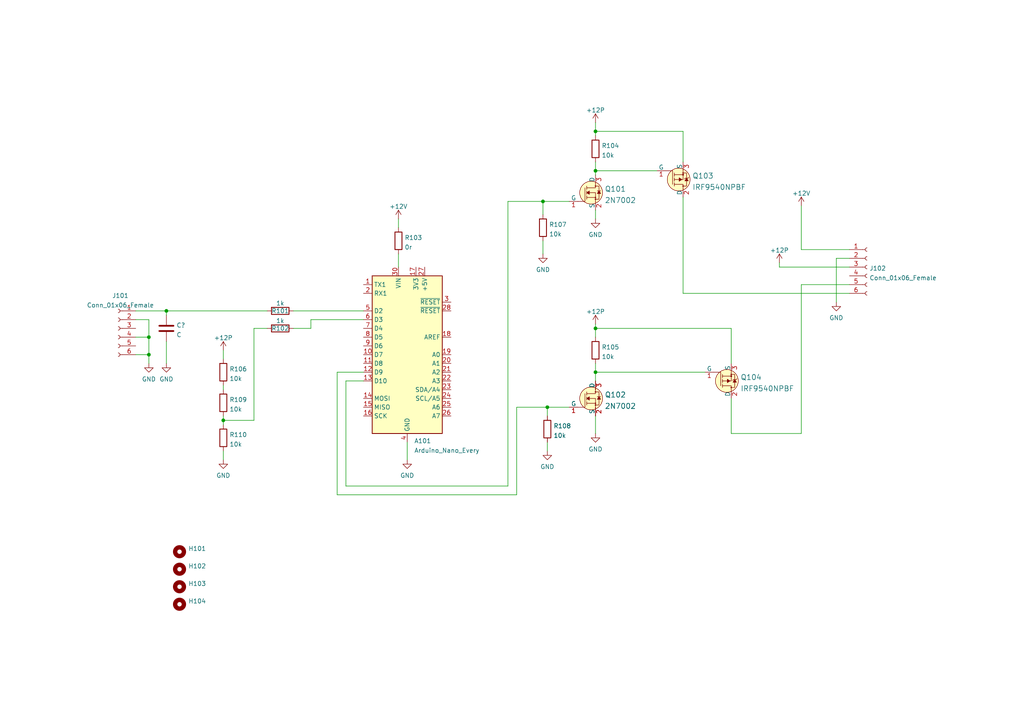
<source format=kicad_sch>
(kicad_sch (version 20211123) (generator eeschema)

  (uuid c6e9e20f-e1c7-406c-85b2-c13e1555a103)

  (paper "A4")

  (lib_symbols
    (symbol "Connector:Conn_01x06_Female" (pin_names (offset 1.016) hide) (in_bom yes) (on_board yes)
      (property "Reference" "J" (id 0) (at 0 7.62 0)
        (effects (font (size 1.27 1.27)))
      )
      (property "Value" "Conn_01x06_Female" (id 1) (at 0 -10.16 0)
        (effects (font (size 1.27 1.27)))
      )
      (property "Footprint" "" (id 2) (at 0 0 0)
        (effects (font (size 1.27 1.27)) hide)
      )
      (property "Datasheet" "~" (id 3) (at 0 0 0)
        (effects (font (size 1.27 1.27)) hide)
      )
      (property "ki_keywords" "connector" (id 4) (at 0 0 0)
        (effects (font (size 1.27 1.27)) hide)
      )
      (property "ki_description" "Generic connector, single row, 01x06, script generated (kicad-library-utils/schlib/autogen/connector/)" (id 5) (at 0 0 0)
        (effects (font (size 1.27 1.27)) hide)
      )
      (property "ki_fp_filters" "Connector*:*_1x??_*" (id 6) (at 0 0 0)
        (effects (font (size 1.27 1.27)) hide)
      )
      (symbol "Conn_01x06_Female_1_1"
        (arc (start 0 -7.112) (mid -0.508 -7.62) (end 0 -8.128)
          (stroke (width 0.1524) (type default) (color 0 0 0 0))
          (fill (type none))
        )
        (arc (start 0 -4.572) (mid -0.508 -5.08) (end 0 -5.588)
          (stroke (width 0.1524) (type default) (color 0 0 0 0))
          (fill (type none))
        )
        (arc (start 0 -2.032) (mid -0.508 -2.54) (end 0 -3.048)
          (stroke (width 0.1524) (type default) (color 0 0 0 0))
          (fill (type none))
        )
        (polyline
          (pts
            (xy -1.27 -7.62)
            (xy -0.508 -7.62)
          )
          (stroke (width 0.1524) (type default) (color 0 0 0 0))
          (fill (type none))
        )
        (polyline
          (pts
            (xy -1.27 -5.08)
            (xy -0.508 -5.08)
          )
          (stroke (width 0.1524) (type default) (color 0 0 0 0))
          (fill (type none))
        )
        (polyline
          (pts
            (xy -1.27 -2.54)
            (xy -0.508 -2.54)
          )
          (stroke (width 0.1524) (type default) (color 0 0 0 0))
          (fill (type none))
        )
        (polyline
          (pts
            (xy -1.27 0)
            (xy -0.508 0)
          )
          (stroke (width 0.1524) (type default) (color 0 0 0 0))
          (fill (type none))
        )
        (polyline
          (pts
            (xy -1.27 2.54)
            (xy -0.508 2.54)
          )
          (stroke (width 0.1524) (type default) (color 0 0 0 0))
          (fill (type none))
        )
        (polyline
          (pts
            (xy -1.27 5.08)
            (xy -0.508 5.08)
          )
          (stroke (width 0.1524) (type default) (color 0 0 0 0))
          (fill (type none))
        )
        (arc (start 0 0.508) (mid -0.508 0) (end 0 -0.508)
          (stroke (width 0.1524) (type default) (color 0 0 0 0))
          (fill (type none))
        )
        (arc (start 0 3.048) (mid -0.508 2.54) (end 0 2.032)
          (stroke (width 0.1524) (type default) (color 0 0 0 0))
          (fill (type none))
        )
        (arc (start 0 5.588) (mid -0.508 5.08) (end 0 4.572)
          (stroke (width 0.1524) (type default) (color 0 0 0 0))
          (fill (type none))
        )
        (pin passive line (at -5.08 5.08 0) (length 3.81)
          (name "Pin_1" (effects (font (size 1.27 1.27))))
          (number "1" (effects (font (size 1.27 1.27))))
        )
        (pin passive line (at -5.08 2.54 0) (length 3.81)
          (name "Pin_2" (effects (font (size 1.27 1.27))))
          (number "2" (effects (font (size 1.27 1.27))))
        )
        (pin passive line (at -5.08 0 0) (length 3.81)
          (name "Pin_3" (effects (font (size 1.27 1.27))))
          (number "3" (effects (font (size 1.27 1.27))))
        )
        (pin passive line (at -5.08 -2.54 0) (length 3.81)
          (name "Pin_4" (effects (font (size 1.27 1.27))))
          (number "4" (effects (font (size 1.27 1.27))))
        )
        (pin passive line (at -5.08 -5.08 0) (length 3.81)
          (name "Pin_5" (effects (font (size 1.27 1.27))))
          (number "5" (effects (font (size 1.27 1.27))))
        )
        (pin passive line (at -5.08 -7.62 0) (length 3.81)
          (name "Pin_6" (effects (font (size 1.27 1.27))))
          (number "6" (effects (font (size 1.27 1.27))))
        )
      )
    )
    (symbol "Device:C" (pin_numbers hide) (pin_names (offset 0.254)) (in_bom yes) (on_board yes)
      (property "Reference" "C" (id 0) (at 0.635 2.54 0)
        (effects (font (size 1.27 1.27)) (justify left))
      )
      (property "Value" "C" (id 1) (at 0.635 -2.54 0)
        (effects (font (size 1.27 1.27)) (justify left))
      )
      (property "Footprint" "" (id 2) (at 0.9652 -3.81 0)
        (effects (font (size 1.27 1.27)) hide)
      )
      (property "Datasheet" "~" (id 3) (at 0 0 0)
        (effects (font (size 1.27 1.27)) hide)
      )
      (property "ki_keywords" "cap capacitor" (id 4) (at 0 0 0)
        (effects (font (size 1.27 1.27)) hide)
      )
      (property "ki_description" "Unpolarized capacitor" (id 5) (at 0 0 0)
        (effects (font (size 1.27 1.27)) hide)
      )
      (property "ki_fp_filters" "C_*" (id 6) (at 0 0 0)
        (effects (font (size 1.27 1.27)) hide)
      )
      (symbol "C_0_1"
        (polyline
          (pts
            (xy -2.032 -0.762)
            (xy 2.032 -0.762)
          )
          (stroke (width 0.508) (type default) (color 0 0 0 0))
          (fill (type none))
        )
        (polyline
          (pts
            (xy -2.032 0.762)
            (xy 2.032 0.762)
          )
          (stroke (width 0.508) (type default) (color 0 0 0 0))
          (fill (type none))
        )
      )
      (symbol "C_1_1"
        (pin passive line (at 0 3.81 270) (length 2.794)
          (name "~" (effects (font (size 1.27 1.27))))
          (number "1" (effects (font (size 1.27 1.27))))
        )
        (pin passive line (at 0 -3.81 90) (length 2.794)
          (name "~" (effects (font (size 1.27 1.27))))
          (number "2" (effects (font (size 1.27 1.27))))
        )
      )
    )
    (symbol "Device:R" (pin_numbers hide) (pin_names (offset 0)) (in_bom yes) (on_board yes)
      (property "Reference" "R" (id 0) (at 2.032 0 90)
        (effects (font (size 1.27 1.27)))
      )
      (property "Value" "R" (id 1) (at 0 0 90)
        (effects (font (size 1.27 1.27)))
      )
      (property "Footprint" "" (id 2) (at -1.778 0 90)
        (effects (font (size 1.27 1.27)) hide)
      )
      (property "Datasheet" "~" (id 3) (at 0 0 0)
        (effects (font (size 1.27 1.27)) hide)
      )
      (property "ki_keywords" "R res resistor" (id 4) (at 0 0 0)
        (effects (font (size 1.27 1.27)) hide)
      )
      (property "ki_description" "Resistor" (id 5) (at 0 0 0)
        (effects (font (size 1.27 1.27)) hide)
      )
      (property "ki_fp_filters" "R_*" (id 6) (at 0 0 0)
        (effects (font (size 1.27 1.27)) hide)
      )
      (symbol "R_0_1"
        (rectangle (start -1.016 -2.54) (end 1.016 2.54)
          (stroke (width 0.254) (type default) (color 0 0 0 0))
          (fill (type none))
        )
      )
      (symbol "R_1_1"
        (pin passive line (at 0 3.81 270) (length 1.27)
          (name "~" (effects (font (size 1.27 1.27))))
          (number "1" (effects (font (size 1.27 1.27))))
        )
        (pin passive line (at 0 -3.81 90) (length 1.27)
          (name "~" (effects (font (size 1.27 1.27))))
          (number "2" (effects (font (size 1.27 1.27))))
        )
      )
    )
    (symbol "MCU_Module:Arduino_Nano_Every" (in_bom yes) (on_board yes)
      (property "Reference" "A" (id 0) (at -10.16 23.495 0)
        (effects (font (size 1.27 1.27)) (justify left bottom))
      )
      (property "Value" "Arduino_Nano_Every" (id 1) (at 5.08 -24.13 0)
        (effects (font (size 1.27 1.27)) (justify left top))
      )
      (property "Footprint" "Module:Arduino_Nano" (id 2) (at 0 0 0)
        (effects (font (size 1.27 1.27) italic) hide)
      )
      (property "Datasheet" "https://content.arduino.cc/assets/NANOEveryV3.0_sch.pdf" (id 3) (at 0 0 0)
        (effects (font (size 1.27 1.27)) hide)
      )
      (property "ki_keywords" "Arduino nano microcontroller module USB UPDI AATMega4809 AVR" (id 4) (at 0 0 0)
        (effects (font (size 1.27 1.27)) hide)
      )
      (property "ki_description" "Arduino Nano Every" (id 5) (at 0 0 0)
        (effects (font (size 1.27 1.27)) hide)
      )
      (property "ki_fp_filters" "Arduino*Nano*" (id 6) (at 0 0 0)
        (effects (font (size 1.27 1.27)) hide)
      )
      (symbol "Arduino_Nano_Every_0_1"
        (rectangle (start -10.16 22.86) (end 10.16 -22.86)
          (stroke (width 0.254) (type default) (color 0 0 0 0))
          (fill (type background))
        )
      )
      (symbol "Arduino_Nano_Every_1_1"
        (pin bidirectional line (at -12.7 20.32 0) (length 2.54)
          (name "TX1" (effects (font (size 1.27 1.27))))
          (number "1" (effects (font (size 1.27 1.27))))
        )
        (pin bidirectional line (at -12.7 0 0) (length 2.54)
          (name "D7" (effects (font (size 1.27 1.27))))
          (number "10" (effects (font (size 1.27 1.27))))
        )
        (pin bidirectional line (at -12.7 -2.54 0) (length 2.54)
          (name "D8" (effects (font (size 1.27 1.27))))
          (number "11" (effects (font (size 1.27 1.27))))
        )
        (pin bidirectional line (at -12.7 -5.08 0) (length 2.54)
          (name "D9" (effects (font (size 1.27 1.27))))
          (number "12" (effects (font (size 1.27 1.27))))
        )
        (pin bidirectional line (at -12.7 -7.62 0) (length 2.54)
          (name "D10" (effects (font (size 1.27 1.27))))
          (number "13" (effects (font (size 1.27 1.27))))
        )
        (pin bidirectional line (at -12.7 -12.7 0) (length 2.54)
          (name "MOSI" (effects (font (size 1.27 1.27))))
          (number "14" (effects (font (size 1.27 1.27))))
        )
        (pin bidirectional line (at -12.7 -15.24 0) (length 2.54)
          (name "MISO" (effects (font (size 1.27 1.27))))
          (number "15" (effects (font (size 1.27 1.27))))
        )
        (pin bidirectional line (at -12.7 -17.78 0) (length 2.54)
          (name "SCK" (effects (font (size 1.27 1.27))))
          (number "16" (effects (font (size 1.27 1.27))))
        )
        (pin power_out line (at 2.54 25.4 270) (length 2.54)
          (name "3V3" (effects (font (size 1.27 1.27))))
          (number "17" (effects (font (size 1.27 1.27))))
        )
        (pin input line (at 12.7 5.08 180) (length 2.54)
          (name "AREF" (effects (font (size 1.27 1.27))))
          (number "18" (effects (font (size 1.27 1.27))))
        )
        (pin bidirectional line (at 12.7 0 180) (length 2.54)
          (name "A0" (effects (font (size 1.27 1.27))))
          (number "19" (effects (font (size 1.27 1.27))))
        )
        (pin bidirectional line (at -12.7 17.78 0) (length 2.54)
          (name "RX1" (effects (font (size 1.27 1.27))))
          (number "2" (effects (font (size 1.27 1.27))))
        )
        (pin bidirectional line (at 12.7 -2.54 180) (length 2.54)
          (name "A1" (effects (font (size 1.27 1.27))))
          (number "20" (effects (font (size 1.27 1.27))))
        )
        (pin bidirectional line (at 12.7 -5.08 180) (length 2.54)
          (name "A2" (effects (font (size 1.27 1.27))))
          (number "21" (effects (font (size 1.27 1.27))))
        )
        (pin bidirectional line (at 12.7 -7.62 180) (length 2.54)
          (name "A3" (effects (font (size 1.27 1.27))))
          (number "22" (effects (font (size 1.27 1.27))))
        )
        (pin bidirectional line (at 12.7 -10.16 180) (length 2.54)
          (name "SDA/A4" (effects (font (size 1.27 1.27))))
          (number "23" (effects (font (size 1.27 1.27))))
        )
        (pin bidirectional line (at 12.7 -12.7 180) (length 2.54)
          (name "SCL/A5" (effects (font (size 1.27 1.27))))
          (number "24" (effects (font (size 1.27 1.27))))
        )
        (pin bidirectional line (at 12.7 -15.24 180) (length 2.54)
          (name "A6" (effects (font (size 1.27 1.27))))
          (number "25" (effects (font (size 1.27 1.27))))
        )
        (pin bidirectional line (at 12.7 -17.78 180) (length 2.54)
          (name "A7" (effects (font (size 1.27 1.27))))
          (number "26" (effects (font (size 1.27 1.27))))
        )
        (pin power_out line (at 5.08 25.4 270) (length 2.54)
          (name "+5V" (effects (font (size 1.27 1.27))))
          (number "27" (effects (font (size 1.27 1.27))))
        )
        (pin input line (at 12.7 12.7 180) (length 2.54)
          (name "~{RESET}" (effects (font (size 1.27 1.27))))
          (number "28" (effects (font (size 1.27 1.27))))
        )
        (pin passive line (at 0 -25.4 90) (length 2.54) hide
          (name "GND" (effects (font (size 1.27 1.27))))
          (number "29" (effects (font (size 1.27 1.27))))
        )
        (pin input line (at 12.7 15.24 180) (length 2.54)
          (name "~{RESET}" (effects (font (size 1.27 1.27))))
          (number "3" (effects (font (size 1.27 1.27))))
        )
        (pin power_in line (at -2.54 25.4 270) (length 2.54)
          (name "VIN" (effects (font (size 1.27 1.27))))
          (number "30" (effects (font (size 1.27 1.27))))
        )
        (pin power_in line (at 0 -25.4 90) (length 2.54)
          (name "GND" (effects (font (size 1.27 1.27))))
          (number "4" (effects (font (size 1.27 1.27))))
        )
        (pin bidirectional line (at -12.7 12.7 0) (length 2.54)
          (name "D2" (effects (font (size 1.27 1.27))))
          (number "5" (effects (font (size 1.27 1.27))))
        )
        (pin bidirectional line (at -12.7 10.16 0) (length 2.54)
          (name "D3" (effects (font (size 1.27 1.27))))
          (number "6" (effects (font (size 1.27 1.27))))
        )
        (pin bidirectional line (at -12.7 7.62 0) (length 2.54)
          (name "D4" (effects (font (size 1.27 1.27))))
          (number "7" (effects (font (size 1.27 1.27))))
        )
        (pin bidirectional line (at -12.7 5.08 0) (length 2.54)
          (name "D5" (effects (font (size 1.27 1.27))))
          (number "8" (effects (font (size 1.27 1.27))))
        )
        (pin bidirectional line (at -12.7 2.54 0) (length 2.54)
          (name "D6" (effects (font (size 1.27 1.27))))
          (number "9" (effects (font (size 1.27 1.27))))
        )
      )
    )
    (symbol "MountingHole_1" (pin_names (offset 1.016)) (in_bom yes) (on_board yes)
      (property "Reference" "H" (id 0) (at 0 5.08 0)
        (effects (font (size 1.27 1.27)))
      )
      (property "Value" "MountingHole_1" (id 1) (at 0 3.175 0)
        (effects (font (size 1.27 1.27)))
      )
      (property "Footprint" "" (id 2) (at 0 0 0)
        (effects (font (size 1.27 1.27)) hide)
      )
      (property "Datasheet" "~" (id 3) (at 0 0 0)
        (effects (font (size 1.27 1.27)) hide)
      )
      (property "ki_keywords" "mounting hole" (id 4) (at 0 0 0)
        (effects (font (size 1.27 1.27)) hide)
      )
      (property "ki_description" "Mounting Hole without connection" (id 5) (at 0 0 0)
        (effects (font (size 1.27 1.27)) hide)
      )
      (property "ki_fp_filters" "MountingHole*" (id 6) (at 0 0 0)
        (effects (font (size 1.27 1.27)) hide)
      )
      (symbol "MountingHole_1_0_1"
        (circle (center 0 0) (radius 1.27)
          (stroke (width 1.27) (type default) (color 0 0 0 0))
          (fill (type none))
        )
      )
    )
    (symbol "dk_Transistors-FETs-MOSFETs-Single:2N7002" (pin_names (offset 0)) (in_bom yes) (on_board yes)
      (property "Reference" "Q" (id 0) (at -2.6924 3.6322 0)
        (effects (font (size 1.524 1.524)) (justify right))
      )
      (property "Value" "2N7002" (id 1) (at 3.4544 0 90)
        (effects (font (size 1.524 1.524)))
      )
      (property "Footprint" "digikey-footprints:SOT-23-3" (id 2) (at 5.08 5.08 0)
        (effects (font (size 1.524 1.524)) (justify left) hide)
      )
      (property "Datasheet" "https://www.onsemi.com/pub/Collateral/NDS7002A-D.PDF" (id 3) (at 5.08 7.62 0)
        (effects (font (size 1.524 1.524)) (justify left) hide)
      )
      (property "Digi-Key_PN" "2N7002NCT-ND" (id 4) (at 5.08 10.16 0)
        (effects (font (size 1.524 1.524)) (justify left) hide)
      )
      (property "MPN" "2N7002" (id 5) (at 5.08 12.7 0)
        (effects (font (size 1.524 1.524)) (justify left) hide)
      )
      (property "Category" "Discrete Semiconductor Products" (id 6) (at 5.08 15.24 0)
        (effects (font (size 1.524 1.524)) (justify left) hide)
      )
      (property "Family" "Transistors - FETs, MOSFETs - Single" (id 7) (at 5.08 17.78 0)
        (effects (font (size 1.524 1.524)) (justify left) hide)
      )
      (property "DK_Datasheet_Link" "https://www.onsemi.com/pub/Collateral/NDS7002A-D.PDF" (id 8) (at 5.08 20.32 0)
        (effects (font (size 1.524 1.524)) (justify left) hide)
      )
      (property "DK_Detail_Page" "/product-detail/en/on-semiconductor/2N7002/2N7002NCT-ND/244664" (id 9) (at 5.08 22.86 0)
        (effects (font (size 1.524 1.524)) (justify left) hide)
      )
      (property "Description" "MOSFET N-CH 60V 115MA SOT-23" (id 10) (at 5.08 25.4 0)
        (effects (font (size 1.524 1.524)) (justify left) hide)
      )
      (property "Manufacturer" "ON Semiconductor" (id 11) (at 5.08 27.94 0)
        (effects (font (size 1.524 1.524)) (justify left) hide)
      )
      (property "Status" "Active" (id 12) (at 5.08 30.48 0)
        (effects (font (size 1.524 1.524)) (justify left) hide)
      )
      (property "ki_keywords" "2N7002NCT-ND" (id 13) (at 0 0 0)
        (effects (font (size 1.27 1.27)) hide)
      )
      (property "ki_description" "MOSFET N-CH 60V 115MA SOT-23" (id 14) (at 0 0 0)
        (effects (font (size 1.27 1.27)) hide)
      )
      (symbol "2N7002_0_1"
        (circle (center -1.27 0) (radius 3.302)
          (stroke (width 0) (type default) (color 0 0 0 0))
          (fill (type background))
        )
        (circle (center 0 -1.905) (radius 0.127)
          (stroke (width 0) (type default) (color 0 0 0 0))
          (fill (type none))
        )
        (circle (center 0 -1.397) (radius 0.127)
          (stroke (width 0) (type default) (color 0 0 0 0))
          (fill (type none))
        )
        (polyline
          (pts
            (xy 0 -1.397)
            (xy -2.54 -1.397)
          )
          (stroke (width 0) (type default) (color 0 0 0 0))
          (fill (type none))
        )
        (polyline
          (pts
            (xy -5.08 -2.54)
            (xy -3.048 -2.54)
            (xy -3.048 1.397)
          )
          (stroke (width 0) (type default) (color 0 0 0 0))
          (fill (type none))
        )
        (polyline
          (pts
            (xy 0 -2.54)
            (xy 0 0)
            (xy -2.54 0)
          )
          (stroke (width 0) (type default) (color 0 0 0 0))
          (fill (type none))
        )
        (polyline
          (pts
            (xy 0 2.54)
            (xy 0 1.397)
            (xy -2.54 1.397)
          )
          (stroke (width 0) (type default) (color 0 0 0 0))
          (fill (type none))
        )
        (polyline
          (pts
            (xy -0.127 -1.905)
            (xy 1.016 -1.905)
            (xy 1.016 1.397)
            (xy 1.016 1.905)
            (xy -0.127 1.905)
          )
          (stroke (width 0) (type default) (color 0 0 0 0))
          (fill (type none))
        )
        (circle (center 0 1.905) (radius 0.127)
          (stroke (width 0) (type default) (color 0 0 0 0))
          (fill (type none))
        )
      )
      (symbol "2N7002_1_1"
        (polyline
          (pts
            (xy -2.54 -1.397)
            (xy -2.54 -1.905)
          )
          (stroke (width 0) (type default) (color 0 0 0 0))
          (fill (type none))
        )
        (polyline
          (pts
            (xy -2.54 -1.397)
            (xy -2.54 -0.889)
          )
          (stroke (width 0) (type default) (color 0 0 0 0))
          (fill (type none))
        )
        (polyline
          (pts
            (xy -2.54 0)
            (xy -2.54 -0.508)
          )
          (stroke (width 0) (type default) (color 0 0 0 0))
          (fill (type none))
        )
        (polyline
          (pts
            (xy -2.54 0)
            (xy -2.54 0.508)
          )
          (stroke (width 0) (type default) (color 0 0 0 0))
          (fill (type none))
        )
        (polyline
          (pts
            (xy -2.54 1.905)
            (xy -2.54 0.889)
          )
          (stroke (width 0) (type default) (color 0 0 0 0))
          (fill (type none))
        )
        (polyline
          (pts
            (xy 1.524 0.508)
            (xy 0.508 0.508)
          )
          (stroke (width 0) (type default) (color 0 0 0 0))
          (fill (type none))
        )
        (polyline
          (pts
            (xy -2.54 0)
            (xy -1.778 0.508)
            (xy -1.778 -0.508)
            (xy -2.54 0)
          )
          (stroke (width 0) (type default) (color 0 0 0 0))
          (fill (type outline))
        )
        (polyline
          (pts
            (xy 1.016 0.508)
            (xy 0.508 -0.254)
            (xy 1.524 -0.254)
            (xy 1.016 0.508)
          )
          (stroke (width 0) (type default) (color 0 0 0 0))
          (fill (type outline))
        )
        (pin bidirectional line (at -7.62 -2.54 0) (length 2.54)
          (name "G" (effects (font (size 1.27 1.27))))
          (number "1" (effects (font (size 1.27 1.27))))
        )
        (pin bidirectional line (at 0 -5.08 90) (length 2.54)
          (name "S" (effects (font (size 1.27 1.27))))
          (number "2" (effects (font (size 1.27 1.27))))
        )
        (pin bidirectional line (at 0 5.08 270) (length 2.54)
          (name "D" (effects (font (size 1.27 1.27))))
          (number "3" (effects (font (size 1.27 1.27))))
        )
      )
    )
    (symbol "dk_Transistors-FETs-MOSFETs-Single:IRF9540NPBF" (pin_names (offset 0)) (in_bom yes) (on_board yes)
      (property "Reference" "Q" (id 0) (at -2.6924 3.6322 0)
        (effects (font (size 1.524 1.524)) (justify right))
      )
      (property "Value" "IRF9540NPBF" (id 1) (at 3.4544 0 90)
        (effects (font (size 1.524 1.524)))
      )
      (property "Footprint" "digikey-footprints:TO-220-3" (id 2) (at 5.08 5.08 0)
        (effects (font (size 1.524 1.524)) (justify left) hide)
      )
      (property "Datasheet" "https://www.infineon.com/dgdl/irf9540npbf.pdf?fileId=5546d462533600a401535611cfa21dc8" (id 3) (at 5.08 7.62 0)
        (effects (font (size 1.524 1.524)) (justify left) hide)
      )
      (property "Digi-Key_PN" "IRF9540NPBF-ND" (id 4) (at 5.08 10.16 0)
        (effects (font (size 1.524 1.524)) (justify left) hide)
      )
      (property "MPN" "IRF9540NPBF" (id 5) (at 5.08 12.7 0)
        (effects (font (size 1.524 1.524)) (justify left) hide)
      )
      (property "Category" "Discrete Semiconductor Products" (id 6) (at 5.08 15.24 0)
        (effects (font (size 1.524 1.524)) (justify left) hide)
      )
      (property "Family" "Transistors - FETs, MOSFETs - Single" (id 7) (at 5.08 17.78 0)
        (effects (font (size 1.524 1.524)) (justify left) hide)
      )
      (property "DK_Datasheet_Link" "https://www.infineon.com/dgdl/irf9540npbf.pdf?fileId=5546d462533600a401535611cfa21dc8" (id 8) (at 5.08 20.32 0)
        (effects (font (size 1.524 1.524)) (justify left) hide)
      )
      (property "DK_Detail_Page" "/product-detail/en/infineon-technologies/IRF9540NPBF/IRF9540NPBF-ND/812088" (id 9) (at 5.08 22.86 0)
        (effects (font (size 1.524 1.524)) (justify left) hide)
      )
      (property "Description" "MOSFET P-CH 100V 23A TO-220AB" (id 10) (at 5.08 25.4 0)
        (effects (font (size 1.524 1.524)) (justify left) hide)
      )
      (property "Manufacturer" "Infineon Technologies" (id 11) (at 5.08 27.94 0)
        (effects (font (size 1.524 1.524)) (justify left) hide)
      )
      (property "Status" "Active" (id 12) (at 5.08 30.48 0)
        (effects (font (size 1.524 1.524)) (justify left) hide)
      )
      (property "ki_keywords" "IRF9540NPBF-ND HEXFET®" (id 13) (at 0 0 0)
        (effects (font (size 1.27 1.27)) hide)
      )
      (property "ki_description" "MOSFET P-CH 100V 23A TO-220AB" (id 14) (at 0 0 0)
        (effects (font (size 1.27 1.27)) hide)
      )
      (symbol "IRF9540NPBF_0_1"
        (circle (center -1.27 0) (radius 3.302)
          (stroke (width 0) (type default) (color 0 0 0 0))
          (fill (type background))
        )
        (circle (center 0 -1.905) (radius 0.127)
          (stroke (width 0) (type default) (color 0 0 0 0))
          (fill (type none))
        )
        (circle (center 0 -1.397) (radius 0.1778)
          (stroke (width 0) (type default) (color 0 0 0 0))
          (fill (type outline))
        )
        (polyline
          (pts
            (xy 0 -1.397)
            (xy -2.54 -1.397)
          )
          (stroke (width 0) (type default) (color 0 0 0 0))
          (fill (type none))
        )
        (polyline
          (pts
            (xy 0.635 -0.381)
            (xy 0.381 -0.127)
          )
          (stroke (width 0) (type default) (color 0 0 0 0))
          (fill (type none))
        )
        (polyline
          (pts
            (xy 1.397 -0.381)
            (xy 1.651 -0.635)
          )
          (stroke (width 0) (type default) (color 0 0 0 0))
          (fill (type none))
        )
        (polyline
          (pts
            (xy -5.08 -2.54)
            (xy -3.048 -2.54)
            (xy -3.048 1.397)
          )
          (stroke (width 0) (type default) (color 0 0 0 0))
          (fill (type none))
        )
        (polyline
          (pts
            (xy 0 -2.54)
            (xy 0 0)
            (xy -2.54 0)
          )
          (stroke (width 0) (type default) (color 0 0 0 0))
          (fill (type none))
        )
        (polyline
          (pts
            (xy 0 2.54)
            (xy 0 1.397)
            (xy -2.54 1.397)
          )
          (stroke (width 0) (type default) (color 0 0 0 0))
          (fill (type none))
        )
        (polyline
          (pts
            (xy -0.127 -1.905)
            (xy 1.016 -1.905)
            (xy 1.016 1.397)
            (xy 1.016 1.905)
            (xy -0.127 1.905)
          )
          (stroke (width 0) (type default) (color 0 0 0 0))
          (fill (type none))
        )
        (circle (center 0 1.905) (radius 0.127)
          (stroke (width 0) (type default) (color 0 0 0 0))
          (fill (type none))
        )
      )
      (symbol "IRF9540NPBF_1_1"
        (polyline
          (pts
            (xy -2.54 -1.397)
            (xy -2.54 -1.905)
          )
          (stroke (width 0) (type default) (color 0 0 0 0))
          (fill (type none))
        )
        (polyline
          (pts
            (xy -2.54 -1.397)
            (xy -2.54 -0.889)
          )
          (stroke (width 0) (type default) (color 0 0 0 0))
          (fill (type none))
        )
        (polyline
          (pts
            (xy -2.54 0)
            (xy -2.54 -0.508)
          )
          (stroke (width 0) (type default) (color 0 0 0 0))
          (fill (type none))
        )
        (polyline
          (pts
            (xy -2.54 0)
            (xy -2.54 0.508)
          )
          (stroke (width 0) (type default) (color 0 0 0 0))
          (fill (type none))
        )
        (polyline
          (pts
            (xy -2.54 1.905)
            (xy -2.54 0.889)
          )
          (stroke (width 0) (type default) (color 0 0 0 0))
          (fill (type none))
        )
        (polyline
          (pts
            (xy 1.397 -0.381)
            (xy 0.635 -0.381)
          )
          (stroke (width 0) (type default) (color 0 0 0 0))
          (fill (type none))
        )
        (polyline
          (pts
            (xy -0.381 0)
            (xy -1.143 0.508)
            (xy -1.143 -0.508)
            (xy -0.381 0)
          )
          (stroke (width 0) (type default) (color 0 0 0 0))
          (fill (type outline))
        )
        (polyline
          (pts
            (xy 1.016 -0.381)
            (xy 1.524 0.381)
            (xy 0.508 0.381)
            (xy 1.016 -0.381)
          )
          (stroke (width 0) (type default) (color 0 0 0 0))
          (fill (type outline))
        )
        (pin bidirectional line (at -7.62 -2.54 0) (length 2.54)
          (name "G" (effects (font (size 1.27 1.27))))
          (number "1" (effects (font (size 1.27 1.27))))
        )
        (pin bidirectional line (at 0 5.08 270) (length 2.54)
          (name "D" (effects (font (size 1.27 1.27))))
          (number "2" (effects (font (size 1.27 1.27))))
        )
        (pin bidirectional line (at 0 -5.08 90) (length 2.54)
          (name "S" (effects (font (size 1.27 1.27))))
          (number "3" (effects (font (size 1.27 1.27))))
        )
      )
    )
    (symbol "power:+12P" (power) (pin_names (offset 0)) (in_bom yes) (on_board yes)
      (property "Reference" "#PWR" (id 0) (at 0 -3.81 0)
        (effects (font (size 1.27 1.27)) hide)
      )
      (property "Value" "+12P" (id 1) (at 0 3.556 0)
        (effects (font (size 1.27 1.27)))
      )
      (property "Footprint" "" (id 2) (at 0 0 0)
        (effects (font (size 1.27 1.27)) hide)
      )
      (property "Datasheet" "" (id 3) (at 0 0 0)
        (effects (font (size 1.27 1.27)) hide)
      )
      (property "ki_keywords" "power-flag" (id 4) (at 0 0 0)
        (effects (font (size 1.27 1.27)) hide)
      )
      (property "ki_description" "Power symbol creates a global label with name \"+12P\"" (id 5) (at 0 0 0)
        (effects (font (size 1.27 1.27)) hide)
      )
      (symbol "+12P_0_1"
        (polyline
          (pts
            (xy -0.762 1.27)
            (xy 0 2.54)
          )
          (stroke (width 0) (type default) (color 0 0 0 0))
          (fill (type none))
        )
        (polyline
          (pts
            (xy 0 0)
            (xy 0 2.54)
          )
          (stroke (width 0) (type default) (color 0 0 0 0))
          (fill (type none))
        )
        (polyline
          (pts
            (xy 0 2.54)
            (xy 0.762 1.27)
          )
          (stroke (width 0) (type default) (color 0 0 0 0))
          (fill (type none))
        )
      )
      (symbol "+12P_1_1"
        (pin power_in line (at 0 0 90) (length 0) hide
          (name "+12P" (effects (font (size 1.27 1.27))))
          (number "1" (effects (font (size 1.27 1.27))))
        )
      )
    )
    (symbol "power:+12V" (power) (pin_names (offset 0)) (in_bom yes) (on_board yes)
      (property "Reference" "#PWR" (id 0) (at 0 -3.81 0)
        (effects (font (size 1.27 1.27)) hide)
      )
      (property "Value" "+12V" (id 1) (at 0 3.556 0)
        (effects (font (size 1.27 1.27)))
      )
      (property "Footprint" "" (id 2) (at 0 0 0)
        (effects (font (size 1.27 1.27)) hide)
      )
      (property "Datasheet" "" (id 3) (at 0 0 0)
        (effects (font (size 1.27 1.27)) hide)
      )
      (property "ki_keywords" "power-flag" (id 4) (at 0 0 0)
        (effects (font (size 1.27 1.27)) hide)
      )
      (property "ki_description" "Power symbol creates a global label with name \"+12V\"" (id 5) (at 0 0 0)
        (effects (font (size 1.27 1.27)) hide)
      )
      (symbol "+12V_0_1"
        (polyline
          (pts
            (xy -0.762 1.27)
            (xy 0 2.54)
          )
          (stroke (width 0) (type default) (color 0 0 0 0))
          (fill (type none))
        )
        (polyline
          (pts
            (xy 0 0)
            (xy 0 2.54)
          )
          (stroke (width 0) (type default) (color 0 0 0 0))
          (fill (type none))
        )
        (polyline
          (pts
            (xy 0 2.54)
            (xy 0.762 1.27)
          )
          (stroke (width 0) (type default) (color 0 0 0 0))
          (fill (type none))
        )
      )
      (symbol "+12V_1_1"
        (pin power_in line (at 0 0 90) (length 0) hide
          (name "+12V" (effects (font (size 1.27 1.27))))
          (number "1" (effects (font (size 1.27 1.27))))
        )
      )
    )
    (symbol "power:GND" (power) (pin_names (offset 0)) (in_bom yes) (on_board yes)
      (property "Reference" "#PWR" (id 0) (at 0 -6.35 0)
        (effects (font (size 1.27 1.27)) hide)
      )
      (property "Value" "GND" (id 1) (at 0 -3.81 0)
        (effects (font (size 1.27 1.27)))
      )
      (property "Footprint" "" (id 2) (at 0 0 0)
        (effects (font (size 1.27 1.27)) hide)
      )
      (property "Datasheet" "" (id 3) (at 0 0 0)
        (effects (font (size 1.27 1.27)) hide)
      )
      (property "ki_keywords" "power-flag" (id 4) (at 0 0 0)
        (effects (font (size 1.27 1.27)) hide)
      )
      (property "ki_description" "Power symbol creates a global label with name \"GND\" , ground" (id 5) (at 0 0 0)
        (effects (font (size 1.27 1.27)) hide)
      )
      (symbol "GND_0_1"
        (polyline
          (pts
            (xy 0 0)
            (xy 0 -1.27)
            (xy 1.27 -1.27)
            (xy 0 -2.54)
            (xy -1.27 -1.27)
            (xy 0 -1.27)
          )
          (stroke (width 0) (type default) (color 0 0 0 0))
          (fill (type none))
        )
      )
      (symbol "GND_1_1"
        (pin power_in line (at 0 0 270) (length 0) hide
          (name "GND" (effects (font (size 1.27 1.27))))
          (number "1" (effects (font (size 1.27 1.27))))
        )
      )
    )
  )

  (junction (at 48.26 90.17) (diameter 0) (color 0 0 0 0)
    (uuid 08a5feb3-44e0-4e85-8d48-f8b5e2f65f74)
  )
  (junction (at 43.18 97.79) (diameter 0) (color 0 0 0 0)
    (uuid 0979470d-9ff7-4df5-8ac7-1f7223dfdc5e)
  )
  (junction (at 64.77 121.92) (diameter 0) (color 0 0 0 0)
    (uuid 0dc99e09-b700-4de5-bda4-f7ad602b07f8)
  )
  (junction (at 157.48 58.42) (diameter 0) (color 0 0 0 0)
    (uuid 23df1b89-896c-4760-b5ee-4b81e9b59bc2)
  )
  (junction (at 172.72 38.1) (diameter 0) (color 0 0 0 0)
    (uuid 2f8559b8-eb8e-427e-8128-4050f4c4be5e)
  )
  (junction (at 172.72 107.95) (diameter 0) (color 0 0 0 0)
    (uuid 773b0644-bd20-4d01-bca8-a93c9ed5e574)
  )
  (junction (at 172.72 95.25) (diameter 0) (color 0 0 0 0)
    (uuid 81514c54-5d8d-489d-ace7-ce8eda0b7776)
  )
  (junction (at 172.72 49.53) (diameter 0) (color 0 0 0 0)
    (uuid ad9db40b-a958-40d7-a80e-11e1c8509f3f)
  )
  (junction (at 158.75 118.11) (diameter 0) (color 0 0 0 0)
    (uuid d6a47a8e-57d8-4917-9824-56cfed271d1a)
  )
  (junction (at 43.18 102.87) (diameter 0) (color 0 0 0 0)
    (uuid fe0867a5-e05d-44dc-a009-4e7f92864478)
  )

  (wire (pts (xy 105.41 110.49) (xy 100.33 110.49))
    (stroke (width 0) (type default) (color 0 0 0 0))
    (uuid 02093f50-3840-4560-992b-4a821f3437df)
  )
  (wire (pts (xy 226.06 77.47) (xy 226.06 76.2))
    (stroke (width 0) (type default) (color 0 0 0 0))
    (uuid 0d51acec-a964-4e62-9bf9-70f6091c430f)
  )
  (wire (pts (xy 48.26 90.17) (xy 77.47 90.17))
    (stroke (width 0) (type default) (color 0 0 0 0))
    (uuid 0e202e39-3d43-4202-a1c3-e4bdaec54e73)
  )
  (wire (pts (xy 198.12 46.99) (xy 198.12 38.1))
    (stroke (width 0) (type default) (color 0 0 0 0))
    (uuid 0e74648a-16b0-44cb-a596-fd04670732d8)
  )
  (wire (pts (xy 43.18 97.79) (xy 43.18 102.87))
    (stroke (width 0) (type default) (color 0 0 0 0))
    (uuid 11013645-ad51-4cb0-aebb-7056689fd25e)
  )
  (wire (pts (xy 149.86 118.11) (xy 149.86 143.51))
    (stroke (width 0) (type default) (color 0 0 0 0))
    (uuid 1192666c-ce0d-4faf-b31c-c5edd174e6bd)
  )
  (wire (pts (xy 147.32 58.42) (xy 147.32 140.97))
    (stroke (width 0) (type default) (color 0 0 0 0))
    (uuid 17e0505a-43b1-4ee3-94cf-096b2b67964f)
  )
  (wire (pts (xy 172.72 60.96) (xy 172.72 63.5))
    (stroke (width 0) (type default) (color 0 0 0 0))
    (uuid 2a621eae-6c16-4860-a2e7-77f7f1981578)
  )
  (wire (pts (xy 212.09 125.73) (xy 232.41 125.73))
    (stroke (width 0) (type default) (color 0 0 0 0))
    (uuid 2e5c626b-4e41-4e31-94fe-f17db54c75c3)
  )
  (wire (pts (xy 242.57 74.93) (xy 242.57 87.63))
    (stroke (width 0) (type default) (color 0 0 0 0))
    (uuid 2e75f15c-9f29-4f69-bbdb-124f771671ac)
  )
  (wire (pts (xy 149.86 118.11) (xy 158.75 118.11))
    (stroke (width 0) (type default) (color 0 0 0 0))
    (uuid 2ee2bb45-137d-4fd6-986f-272c421d568f)
  )
  (wire (pts (xy 64.77 101.6) (xy 64.77 104.14))
    (stroke (width 0) (type default) (color 0 0 0 0))
    (uuid 321ff758-2d94-4670-aa5b-5295e3e09356)
  )
  (wire (pts (xy 172.72 97.79) (xy 172.72 95.25))
    (stroke (width 0) (type default) (color 0 0 0 0))
    (uuid 3462bc8c-989c-4d0e-bbc7-1edca323eadb)
  )
  (wire (pts (xy 115.57 63.5) (xy 115.57 66.04))
    (stroke (width 0) (type default) (color 0 0 0 0))
    (uuid 35aef347-64ca-42d2-9416-7bf8bb674908)
  )
  (wire (pts (xy 115.57 73.66) (xy 115.57 77.47))
    (stroke (width 0) (type default) (color 0 0 0 0))
    (uuid 37882845-ff70-43bc-9510-b0d6b650754c)
  )
  (wire (pts (xy 97.79 107.95) (xy 105.41 107.95))
    (stroke (width 0) (type default) (color 0 0 0 0))
    (uuid 3d7592ad-c3a0-42cd-918d-99cb717d916c)
  )
  (wire (pts (xy 232.41 82.55) (xy 232.41 125.73))
    (stroke (width 0) (type default) (color 0 0 0 0))
    (uuid 3e3bfbb5-da14-42bd-a15d-268c021ba362)
  )
  (wire (pts (xy 90.17 92.71) (xy 90.17 95.25))
    (stroke (width 0) (type default) (color 0 0 0 0))
    (uuid 3fb220e4-2da3-4ae5-a51f-3f614ce20f6f)
  )
  (wire (pts (xy 105.41 92.71) (xy 90.17 92.71))
    (stroke (width 0) (type default) (color 0 0 0 0))
    (uuid 41f76245-8fe1-4cd0-894a-712a5e6b25a2)
  )
  (wire (pts (xy 157.48 58.42) (xy 157.48 62.23))
    (stroke (width 0) (type default) (color 0 0 0 0))
    (uuid 42b658bf-460f-410a-8242-58f5277c689e)
  )
  (wire (pts (xy 64.77 121.92) (xy 73.66 121.92))
    (stroke (width 0) (type default) (color 0 0 0 0))
    (uuid 45f3d789-e0f7-41cd-b140-528d61fb5d99)
  )
  (wire (pts (xy 232.41 59.69) (xy 232.41 72.39))
    (stroke (width 0) (type default) (color 0 0 0 0))
    (uuid 4882f7d1-6259-47ab-9412-c5cd5dd58307)
  )
  (wire (pts (xy 64.77 120.65) (xy 64.77 121.92))
    (stroke (width 0) (type default) (color 0 0 0 0))
    (uuid 489dc210-6991-45fd-9bf0-d88489919895)
  )
  (wire (pts (xy 100.33 140.97) (xy 147.32 140.97))
    (stroke (width 0) (type default) (color 0 0 0 0))
    (uuid 4addfa54-f1ed-4e2e-8dd7-359ce11c5e2e)
  )
  (wire (pts (xy 172.72 95.25) (xy 212.09 95.25))
    (stroke (width 0) (type default) (color 0 0 0 0))
    (uuid 4cad74c4-047f-4749-8a13-e5280eb81490)
  )
  (wire (pts (xy 100.33 110.49) (xy 100.33 140.97))
    (stroke (width 0) (type default) (color 0 0 0 0))
    (uuid 4eccd702-3ed1-46a5-a522-cf0c7757be1e)
  )
  (wire (pts (xy 172.72 107.95) (xy 204.47 107.95))
    (stroke (width 0) (type default) (color 0 0 0 0))
    (uuid 5001280c-c159-4dc1-88a7-238de2d96b56)
  )
  (wire (pts (xy 172.72 93.98) (xy 172.72 95.25))
    (stroke (width 0) (type default) (color 0 0 0 0))
    (uuid 56c83527-881a-4194-87c5-cf478b51ae37)
  )
  (wire (pts (xy 158.75 128.27) (xy 158.75 130.81))
    (stroke (width 0) (type default) (color 0 0 0 0))
    (uuid 5bc44906-91df-480c-99a1-27d1c43674aa)
  )
  (wire (pts (xy 43.18 92.71) (xy 43.18 97.79))
    (stroke (width 0) (type default) (color 0 0 0 0))
    (uuid 5c82924d-1ff7-483a-892c-dc02727b3d01)
  )
  (wire (pts (xy 43.18 102.87) (xy 43.18 105.41))
    (stroke (width 0) (type default) (color 0 0 0 0))
    (uuid 5fd85384-755e-4a4d-a72e-7efb6f4586da)
  )
  (wire (pts (xy 198.12 38.1) (xy 172.72 38.1))
    (stroke (width 0) (type default) (color 0 0 0 0))
    (uuid 6b463ad9-7e55-4139-95e0-f7ed640617b0)
  )
  (wire (pts (xy 172.72 46.99) (xy 172.72 49.53))
    (stroke (width 0) (type default) (color 0 0 0 0))
    (uuid 773fe82e-0591-4e2e-b89b-903bc5d98bf7)
  )
  (wire (pts (xy 246.38 74.93) (xy 242.57 74.93))
    (stroke (width 0) (type default) (color 0 0 0 0))
    (uuid 7a323f11-892f-4a69-b3cc-bff1a85e08a3)
  )
  (wire (pts (xy 172.72 105.41) (xy 172.72 107.95))
    (stroke (width 0) (type default) (color 0 0 0 0))
    (uuid 83d00ce7-e763-47d2-b3a7-bc039f1beaa4)
  )
  (wire (pts (xy 64.77 121.92) (xy 64.77 123.19))
    (stroke (width 0) (type default) (color 0 0 0 0))
    (uuid 8cdcca29-b5c9-4f07-9cf1-1c2760934aa4)
  )
  (wire (pts (xy 158.75 118.11) (xy 158.75 120.65))
    (stroke (width 0) (type default) (color 0 0 0 0))
    (uuid 94c5e5a3-96d5-4c69-97bd-59f89f7a9387)
  )
  (wire (pts (xy 246.38 72.39) (xy 232.41 72.39))
    (stroke (width 0) (type default) (color 0 0 0 0))
    (uuid 98e98da3-ac3b-4779-b3cc-a59237fc6d7d)
  )
  (wire (pts (xy 39.37 90.17) (xy 48.26 90.17))
    (stroke (width 0) (type default) (color 0 0 0 0))
    (uuid 9dd6a21f-a8b2-4ac8-85c1-d1c226bb2bb2)
  )
  (wire (pts (xy 64.77 130.81) (xy 64.77 133.35))
    (stroke (width 0) (type default) (color 0 0 0 0))
    (uuid 9f682d1d-c9ea-4062-b2d6-7a4f15534a87)
  )
  (wire (pts (xy 198.12 57.15) (xy 198.12 85.09))
    (stroke (width 0) (type default) (color 0 0 0 0))
    (uuid a0076690-2e8b-4a97-97e1-0830c217dd49)
  )
  (wire (pts (xy 73.66 121.92) (xy 73.66 95.25))
    (stroke (width 0) (type default) (color 0 0 0 0))
    (uuid a04f1312-0352-4fc2-8115-9f17cfad5369)
  )
  (wire (pts (xy 90.17 95.25) (xy 85.09 95.25))
    (stroke (width 0) (type default) (color 0 0 0 0))
    (uuid a42af662-24fc-411d-a335-086438643e95)
  )
  (wire (pts (xy 157.48 58.42) (xy 147.32 58.42))
    (stroke (width 0) (type default) (color 0 0 0 0))
    (uuid a7fee6e7-e0d2-4a49-988f-f653ab33c4e7)
  )
  (wire (pts (xy 39.37 92.71) (xy 43.18 92.71))
    (stroke (width 0) (type default) (color 0 0 0 0))
    (uuid ac92359c-8ef2-4fbd-b858-3aaea3b082f2)
  )
  (wire (pts (xy 172.72 107.95) (xy 172.72 110.49))
    (stroke (width 0) (type default) (color 0 0 0 0))
    (uuid b0ad700a-7982-4ba5-8c53-da2c8049210d)
  )
  (wire (pts (xy 157.48 69.85) (xy 157.48 73.66))
    (stroke (width 0) (type default) (color 0 0 0 0))
    (uuid b19ffb1c-67c3-4be3-8787-95e4ef9d317a)
  )
  (wire (pts (xy 39.37 102.87) (xy 43.18 102.87))
    (stroke (width 0) (type default) (color 0 0 0 0))
    (uuid c2a5c428-4a1b-4f4e-8d08-7ba8b9d16a84)
  )
  (wire (pts (xy 48.26 90.17) (xy 48.26 91.44))
    (stroke (width 0) (type default) (color 0 0 0 0))
    (uuid c909c67e-a04e-4461-8737-dbcb5cfb0beb)
  )
  (wire (pts (xy 118.11 128.27) (xy 118.11 133.35))
    (stroke (width 0) (type default) (color 0 0 0 0))
    (uuid c9faf0ec-2507-40b8-925a-87d42d1b75af)
  )
  (wire (pts (xy 149.86 143.51) (xy 97.79 143.51))
    (stroke (width 0) (type default) (color 0 0 0 0))
    (uuid cdcc3fc6-e0a4-4f02-b839-3c986eee5051)
  )
  (wire (pts (xy 165.1 58.42) (xy 157.48 58.42))
    (stroke (width 0) (type default) (color 0 0 0 0))
    (uuid cf4a8f06-9949-4c5f-8d53-83f88ca5d382)
  )
  (wire (pts (xy 48.26 99.06) (xy 48.26 105.41))
    (stroke (width 0) (type default) (color 0 0 0 0))
    (uuid d02e2c01-8b73-4e6f-859e-010ccf300851)
  )
  (wire (pts (xy 39.37 97.79) (xy 43.18 97.79))
    (stroke (width 0) (type default) (color 0 0 0 0))
    (uuid d1853cd4-3367-4c35-a73d-6382e388852d)
  )
  (wire (pts (xy 172.72 49.53) (xy 190.5 49.53))
    (stroke (width 0) (type default) (color 0 0 0 0))
    (uuid d9b83ac9-26de-4055-a8be-7cd60e75ef52)
  )
  (wire (pts (xy 246.38 77.47) (xy 226.06 77.47))
    (stroke (width 0) (type default) (color 0 0 0 0))
    (uuid d9ff1baf-78cc-4277-a09d-61561db3acfb)
  )
  (wire (pts (xy 172.72 120.65) (xy 172.72 125.73))
    (stroke (width 0) (type default) (color 0 0 0 0))
    (uuid dc17555a-76c1-48ae-80c0-f715c1fae961)
  )
  (wire (pts (xy 212.09 115.57) (xy 212.09 125.73))
    (stroke (width 0) (type default) (color 0 0 0 0))
    (uuid dc772b21-3e00-426d-94dc-2ad9dedbd516)
  )
  (wire (pts (xy 246.38 82.55) (xy 232.41 82.55))
    (stroke (width 0) (type default) (color 0 0 0 0))
    (uuid dd0fec5e-ebbe-4090-b962-0c6b3cb6e5bf)
  )
  (wire (pts (xy 73.66 95.25) (xy 77.47 95.25))
    (stroke (width 0) (type default) (color 0 0 0 0))
    (uuid e4508243-989a-4588-b778-c52112f7c2c1)
  )
  (wire (pts (xy 85.09 90.17) (xy 105.41 90.17))
    (stroke (width 0) (type default) (color 0 0 0 0))
    (uuid f140e4b9-bb29-46f9-acdd-2b24f1e88e74)
  )
  (wire (pts (xy 172.72 49.53) (xy 172.72 50.8))
    (stroke (width 0) (type default) (color 0 0 0 0))
    (uuid f5375861-2c5a-478a-ae1d-8dce80c1ee25)
  )
  (wire (pts (xy 172.72 38.1) (xy 172.72 39.37))
    (stroke (width 0) (type default) (color 0 0 0 0))
    (uuid f6c2bd47-1c37-4cc4-9afa-c48f33332827)
  )
  (wire (pts (xy 158.75 118.11) (xy 165.1 118.11))
    (stroke (width 0) (type default) (color 0 0 0 0))
    (uuid f780d45b-4a8e-4ce5-aa50-db41d85ee78c)
  )
  (wire (pts (xy 172.72 35.56) (xy 172.72 38.1))
    (stroke (width 0) (type default) (color 0 0 0 0))
    (uuid fa974186-ccb4-4a18-83b1-d24797979996)
  )
  (wire (pts (xy 246.38 85.09) (xy 198.12 85.09))
    (stroke (width 0) (type default) (color 0 0 0 0))
    (uuid fb46f8c3-117e-4983-9e71-8e49d042063e)
  )
  (wire (pts (xy 97.79 143.51) (xy 97.79 107.95))
    (stroke (width 0) (type default) (color 0 0 0 0))
    (uuid fdfe0918-e551-49ec-9665-21308e61e8f2)
  )
  (wire (pts (xy 64.77 111.76) (xy 64.77 113.03))
    (stroke (width 0) (type default) (color 0 0 0 0))
    (uuid ff6ea85a-e8ff-40bb-aeef-2b5b470de2a7)
  )
  (wire (pts (xy 212.09 95.25) (xy 212.09 105.41))
    (stroke (width 0) (type default) (color 0 0 0 0))
    (uuid ffc6ff61-0f11-45c3-b22d-216b662fc46e)
  )

  (symbol (lib_name "MountingHole_1") (lib_id "Mechanical:MountingHole") (at 52.07 165.1 0) (unit 1)
    (in_bom yes) (on_board yes) (fields_autoplaced)
    (uuid 09aa9d3a-3a66-4b1b-a9dd-2795c5387246)
    (property "Reference" "H102" (id 0) (at 54.61 164.1915 0)
      (effects (font (size 1.27 1.27)) (justify left))
    )
    (property "Value" "MountingHole" (id 1) (at 54.61 166.9666 0)
      (effects (font (size 1.27 1.27)) (justify left) hide)
    )
    (property "Footprint" "MountingHole:MountingHole_3.2mm_M3" (id 2) (at 52.07 165.1 0)
      (effects (font (size 1.27 1.27)) hide)
    )
    (property "Datasheet" "~" (id 3) (at 52.07 165.1 0)
      (effects (font (size 1.27 1.27)) hide)
    )
  )

  (symbol (lib_id "power:GND") (at 43.18 105.41 0) (unit 1)
    (in_bom yes) (on_board yes) (fields_autoplaced)
    (uuid 0aca3b02-7364-49f2-b256-7f691c6ef261)
    (property "Reference" "#PWR0101" (id 0) (at 43.18 111.76 0)
      (effects (font (size 1.27 1.27)) hide)
    )
    (property "Value" "GND" (id 1) (at 43.18 109.9725 0))
    (property "Footprint" "" (id 2) (at 43.18 105.41 0)
      (effects (font (size 1.27 1.27)) hide)
    )
    (property "Datasheet" "" (id 3) (at 43.18 105.41 0)
      (effects (font (size 1.27 1.27)) hide)
    )
    (pin "1" (uuid 2424c9bc-4b5d-468e-a6fe-35e671c392cc))
  )

  (symbol (lib_id "power:GND") (at 172.72 63.5 0) (unit 1)
    (in_bom yes) (on_board yes) (fields_autoplaced)
    (uuid 19580cae-af70-4d97-a1c7-f9fd2e9219c4)
    (property "Reference" "#PWR0105" (id 0) (at 172.72 69.85 0)
      (effects (font (size 1.27 1.27)) hide)
    )
    (property "Value" "GND" (id 1) (at 172.72 68.0625 0))
    (property "Footprint" "" (id 2) (at 172.72 63.5 0)
      (effects (font (size 1.27 1.27)) hide)
    )
    (property "Datasheet" "" (id 3) (at 172.72 63.5 0)
      (effects (font (size 1.27 1.27)) hide)
    )
    (pin "1" (uuid af565d3d-90a4-422c-b93f-a1ebc14a3bc2))
  )

  (symbol (lib_id "power:GND") (at 158.75 130.81 0) (unit 1)
    (in_bom yes) (on_board yes) (fields_autoplaced)
    (uuid 22f3fe34-3930-4ac6-95e6-b5aaf288e852)
    (property "Reference" "#PWR0111" (id 0) (at 158.75 137.16 0)
      (effects (font (size 1.27 1.27)) hide)
    )
    (property "Value" "GND" (id 1) (at 158.75 135.3725 0))
    (property "Footprint" "" (id 2) (at 158.75 130.81 0)
      (effects (font (size 1.27 1.27)) hide)
    )
    (property "Datasheet" "" (id 3) (at 158.75 130.81 0)
      (effects (font (size 1.27 1.27)) hide)
    )
    (pin "1" (uuid f1f181fa-6d70-48a9-a1db-abc1f9db0a2b))
  )

  (symbol (lib_id "power:GND") (at 64.77 133.35 0) (unit 1)
    (in_bom yes) (on_board yes) (fields_autoplaced)
    (uuid 255ab37b-2715-4ae8-80d2-0276dde42f1b)
    (property "Reference" "#PWR0106" (id 0) (at 64.77 139.7 0)
      (effects (font (size 1.27 1.27)) hide)
    )
    (property "Value" "GND" (id 1) (at 64.77 137.9125 0))
    (property "Footprint" "" (id 2) (at 64.77 133.35 0)
      (effects (font (size 1.27 1.27)) hide)
    )
    (property "Datasheet" "" (id 3) (at 64.77 133.35 0)
      (effects (font (size 1.27 1.27)) hide)
    )
    (pin "1" (uuid 63d61265-1af7-4388-8b24-16559b17ba17))
  )

  (symbol (lib_id "dk_Transistors-FETs-MOSFETs-Single:IRF9540NPBF") (at 198.12 52.07 0) (mirror x) (unit 1)
    (in_bom yes) (on_board yes) (fields_autoplaced)
    (uuid 272c917e-cf9c-4209-b9ce-83a36395a8b0)
    (property "Reference" "Q103" (id 0) (at 200.787 51.0053 0)
      (effects (font (size 1.524 1.524)) (justify left))
    )
    (property "Value" "IRF9540NPBF" (id 1) (at 200.787 54.2843 0)
      (effects (font (size 1.524 1.524)) (justify left))
    )
    (property "Footprint" "digikey-footprints:TO-220-3" (id 2) (at 203.2 57.15 0)
      (effects (font (size 1.524 1.524)) (justify left) hide)
    )
    (property "Datasheet" "https://www.infineon.com/dgdl/irf9540npbf.pdf?fileId=5546d462533600a401535611cfa21dc8" (id 3) (at 203.2 59.69 0)
      (effects (font (size 1.524 1.524)) (justify left) hide)
    )
    (property "Digi-Key_PN" "IRF9540NPBF-ND" (id 4) (at 203.2 62.23 0)
      (effects (font (size 1.524 1.524)) (justify left) hide)
    )
    (property "MPN" "IRF9540NPBF" (id 5) (at 203.2 64.77 0)
      (effects (font (size 1.524 1.524)) (justify left) hide)
    )
    (property "Category" "Discrete Semiconductor Products" (id 6) (at 203.2 67.31 0)
      (effects (font (size 1.524 1.524)) (justify left) hide)
    )
    (property "Family" "Transistors - FETs, MOSFETs - Single" (id 7) (at 203.2 69.85 0)
      (effects (font (size 1.524 1.524)) (justify left) hide)
    )
    (property "DK_Datasheet_Link" "https://www.infineon.com/dgdl/irf9540npbf.pdf?fileId=5546d462533600a401535611cfa21dc8" (id 8) (at 203.2 72.39 0)
      (effects (font (size 1.524 1.524)) (justify left) hide)
    )
    (property "DK_Detail_Page" "/product-detail/en/infineon-technologies/IRF9540NPBF/IRF9540NPBF-ND/812088" (id 9) (at 203.2 74.93 0)
      (effects (font (size 1.524 1.524)) (justify left) hide)
    )
    (property "Description" "MOSFET P-CH 100V 23A TO-220AB" (id 10) (at 203.2 77.47 0)
      (effects (font (size 1.524 1.524)) (justify left) hide)
    )
    (property "Manufacturer" "Infineon Technologies" (id 11) (at 203.2 80.01 0)
      (effects (font (size 1.524 1.524)) (justify left) hide)
    )
    (property "Status" "Active" (id 12) (at 203.2 82.55 0)
      (effects (font (size 1.524 1.524)) (justify left) hide)
    )
    (pin "1" (uuid 0aba3f1a-72c6-4c74-b789-72953792b306))
    (pin "2" (uuid 772e1f23-4f1c-4521-ba8a-ae9bbcb17334))
    (pin "3" (uuid 2519b8a5-dc02-459f-9f82-623e642f598e))
  )

  (symbol (lib_id "Connector:Conn_01x06_Female") (at 251.46 77.47 0) (unit 1)
    (in_bom yes) (on_board yes) (fields_autoplaced)
    (uuid 281a9c93-5246-4315-8437-9cfafec0f08a)
    (property "Reference" "J102" (id 0) (at 252.1712 77.8315 0)
      (effects (font (size 1.27 1.27)) (justify left))
    )
    (property "Value" "Conn_01x06_Female" (id 1) (at 252.1712 80.6066 0)
      (effects (font (size 1.27 1.27)) (justify left))
    )
    (property "Footprint" "TerminalBlock:TerminalBlock_bornier-6_P5.08mm" (id 2) (at 251.46 77.47 0)
      (effects (font (size 1.27 1.27)) hide)
    )
    (property "Datasheet" "~" (id 3) (at 251.46 77.47 0)
      (effects (font (size 1.27 1.27)) hide)
    )
    (pin "1" (uuid 899e711a-8eec-443f-b568-b2c57068716f))
    (pin "2" (uuid 87d99dac-7c56-4bb9-9e42-7e12dfbee712))
    (pin "3" (uuid ea5a530f-e99e-44d9-8716-6b7adcbc7401))
    (pin "4" (uuid baf18e62-8168-40b4-8a2d-e003229164b1))
    (pin "5" (uuid e28ae807-4fd1-4ab3-b52c-e5289ec10251))
    (pin "6" (uuid 5b92f6fe-1316-4d4b-816f-fad10383ec56))
  )

  (symbol (lib_name "MountingHole_1") (lib_id "Mechanical:MountingHole") (at 52.07 170.18 0) (unit 1)
    (in_bom yes) (on_board yes) (fields_autoplaced)
    (uuid 28be57d2-665d-4754-8846-c8d9929173b5)
    (property "Reference" "H103" (id 0) (at 54.61 169.2715 0)
      (effects (font (size 1.27 1.27)) (justify left))
    )
    (property "Value" "MountingHole" (id 1) (at 54.61 172.0466 0)
      (effects (font (size 1.27 1.27)) (justify left) hide)
    )
    (property "Footprint" "MountingHole:MountingHole_3.2mm_M3" (id 2) (at 52.07 170.18 0)
      (effects (font (size 1.27 1.27)) hide)
    )
    (property "Datasheet" "~" (id 3) (at 52.07 170.18 0)
      (effects (font (size 1.27 1.27)) hide)
    )
  )

  (symbol (lib_id "power:GND") (at 48.26 105.41 0) (unit 1)
    (in_bom yes) (on_board yes) (fields_autoplaced)
    (uuid 29b7fd35-4fd7-4807-95fb-3e126d53af7b)
    (property "Reference" "#PWR?" (id 0) (at 48.26 111.76 0)
      (effects (font (size 1.27 1.27)) hide)
    )
    (property "Value" "GND" (id 1) (at 48.26 109.9725 0))
    (property "Footprint" "" (id 2) (at 48.26 105.41 0)
      (effects (font (size 1.27 1.27)) hide)
    )
    (property "Datasheet" "" (id 3) (at 48.26 105.41 0)
      (effects (font (size 1.27 1.27)) hide)
    )
    (pin "1" (uuid f95f02c3-6d10-4127-9a04-d7e4f0549617))
  )

  (symbol (lib_id "power:GND") (at 118.11 133.35 0) (unit 1)
    (in_bom yes) (on_board yes) (fields_autoplaced)
    (uuid 3bdbea59-bc60-4249-bcbe-e3ccd762ed75)
    (property "Reference" "#PWR0103" (id 0) (at 118.11 139.7 0)
      (effects (font (size 1.27 1.27)) hide)
    )
    (property "Value" "GND" (id 1) (at 118.11 137.9125 0))
    (property "Footprint" "" (id 2) (at 118.11 133.35 0)
      (effects (font (size 1.27 1.27)) hide)
    )
    (property "Datasheet" "" (id 3) (at 118.11 133.35 0)
      (effects (font (size 1.27 1.27)) hide)
    )
    (pin "1" (uuid 3bcd73f0-2877-4157-a4d5-b8a90e1448d0))
  )

  (symbol (lib_id "Device:C") (at 48.26 95.25 0) (unit 1)
    (in_bom yes) (on_board yes) (fields_autoplaced)
    (uuid 423c031d-f8ee-41f8-9528-6cf46bc1a19f)
    (property "Reference" "C?" (id 0) (at 51.181 94.3415 0)
      (effects (font (size 1.27 1.27)) (justify left))
    )
    (property "Value" "C" (id 1) (at 51.181 97.1166 0)
      (effects (font (size 1.27 1.27)) (justify left))
    )
    (property "Footprint" "" (id 2) (at 49.2252 99.06 0)
      (effects (font (size 1.27 1.27)) hide)
    )
    (property "Datasheet" "~" (id 3) (at 48.26 95.25 0)
      (effects (font (size 1.27 1.27)) hide)
    )
    (pin "1" (uuid c0f2f593-5847-4edf-9b0c-84ed99697bda))
    (pin "2" (uuid 8b15da7b-f57e-4b5c-9ba3-614fd54eb7f5))
  )

  (symbol (lib_id "Connector:Conn_01x06_Female") (at 34.29 95.25 0) (mirror y) (unit 1)
    (in_bom yes) (on_board yes) (fields_autoplaced)
    (uuid 43c6d14b-08f2-4b2c-a0d2-f476f209df47)
    (property "Reference" "J101" (id 0) (at 34.925 85.7463 0))
    (property "Value" "Conn_01x06_Female" (id 1) (at 34.925 88.5214 0))
    (property "Footprint" "TerminalBlock:TerminalBlock_bornier-6_P5.08mm" (id 2) (at 34.29 95.25 0)
      (effects (font (size 1.27 1.27)) hide)
    )
    (property "Datasheet" "~" (id 3) (at 34.29 95.25 0)
      (effects (font (size 1.27 1.27)) hide)
    )
    (pin "1" (uuid d644a977-26e8-4a0f-9950-862bb5e16326))
    (pin "2" (uuid 0866196d-6b85-4149-ad13-9197eba37c01))
    (pin "3" (uuid 3501639f-d130-48f6-9713-806ddd74e668))
    (pin "4" (uuid 2cd0d706-1883-4670-b177-1780d2323739))
    (pin "5" (uuid 617bdcf0-4de2-4537-96dd-94346cb6baa1))
    (pin "6" (uuid 858df521-0893-452e-acb1-442e02b3c8b1))
  )

  (symbol (lib_id "power:GND") (at 242.57 87.63 0) (unit 1)
    (in_bom yes) (on_board yes) (fields_autoplaced)
    (uuid 4479afca-bcca-407e-b5eb-ae32a5a07856)
    (property "Reference" "#PWR0109" (id 0) (at 242.57 93.98 0)
      (effects (font (size 1.27 1.27)) hide)
    )
    (property "Value" "GND" (id 1) (at 242.57 92.1925 0))
    (property "Footprint" "" (id 2) (at 242.57 87.63 0)
      (effects (font (size 1.27 1.27)) hide)
    )
    (property "Datasheet" "" (id 3) (at 242.57 87.63 0)
      (effects (font (size 1.27 1.27)) hide)
    )
    (pin "1" (uuid 76f6f6c3-94dd-4c05-80d7-4d714e25a683))
  )

  (symbol (lib_id "power:+12P") (at 172.72 93.98 0) (unit 1)
    (in_bom yes) (on_board yes)
    (uuid 451ccc1f-fadd-47ee-8679-630c048208b3)
    (property "Reference" "#PWR0113" (id 0) (at 172.72 97.79 0)
      (effects (font (size 1.27 1.27)) hide)
    )
    (property "Value" "+12P" (id 1) (at 172.72 90.3755 0))
    (property "Footprint" "" (id 2) (at 172.72 93.98 0)
      (effects (font (size 1.27 1.27)) hide)
    )
    (property "Datasheet" "" (id 3) (at 172.72 93.98 0)
      (effects (font (size 1.27 1.27)) hide)
    )
    (pin "1" (uuid 5f18c45f-556a-405d-b895-9c589efb7613))
  )

  (symbol (lib_id "power:+12V") (at 115.57 63.5 0) (unit 1)
    (in_bom yes) (on_board yes) (fields_autoplaced)
    (uuid 520a95ed-f554-4d74-8faf-d737858baff8)
    (property "Reference" "#PWR0102" (id 0) (at 115.57 67.31 0)
      (effects (font (size 1.27 1.27)) hide)
    )
    (property "Value" "+12V" (id 1) (at 115.57 59.8955 0))
    (property "Footprint" "" (id 2) (at 115.57 63.5 0)
      (effects (font (size 1.27 1.27)) hide)
    )
    (property "Datasheet" "" (id 3) (at 115.57 63.5 0)
      (effects (font (size 1.27 1.27)) hide)
    )
    (pin "1" (uuid 5a5fe211-41f6-4077-b174-89bad0fb9ff4))
  )

  (symbol (lib_id "Device:R") (at 115.57 69.85 180) (unit 1)
    (in_bom yes) (on_board yes) (fields_autoplaced)
    (uuid 6073d1ec-b58b-4142-bee5-9cd61587090b)
    (property "Reference" "R103" (id 0) (at 117.348 68.9415 0)
      (effects (font (size 1.27 1.27)) (justify right))
    )
    (property "Value" "0r" (id 1) (at 117.348 71.7166 0)
      (effects (font (size 1.27 1.27)) (justify right))
    )
    (property "Footprint" "digikey-footprints:0805" (id 2) (at 117.348 69.85 90)
      (effects (font (size 1.27 1.27)) hide)
    )
    (property "Datasheet" "~" (id 3) (at 115.57 69.85 0)
      (effects (font (size 1.27 1.27)) hide)
    )
    (pin "1" (uuid c2a91f54-1e6b-4a1b-a814-e2439d51e124))
    (pin "2" (uuid 866e0aad-a4bd-42b9-b5b6-7ee21ba4ae0b))
  )

  (symbol (lib_id "power:+12P") (at 172.72 35.56 0) (unit 1)
    (in_bom yes) (on_board yes) (fields_autoplaced)
    (uuid 6c7d6787-04af-4845-a193-dfb6382f3614)
    (property "Reference" "#PWR0112" (id 0) (at 172.72 39.37 0)
      (effects (font (size 1.27 1.27)) hide)
    )
    (property "Value" "+12P" (id 1) (at 172.72 31.9555 0))
    (property "Footprint" "" (id 2) (at 172.72 35.56 0)
      (effects (font (size 1.27 1.27)) hide)
    )
    (property "Datasheet" "" (id 3) (at 172.72 35.56 0)
      (effects (font (size 1.27 1.27)) hide)
    )
    (pin "1" (uuid 17881898-ee86-4883-8df0-45d4088c77c1))
  )

  (symbol (lib_id "power:+12P") (at 226.06 76.2 0) (unit 1)
    (in_bom yes) (on_board yes) (fields_autoplaced)
    (uuid 70adc6f2-3314-4105-a2bc-ab9cf0ae970f)
    (property "Reference" "#PWR0114" (id 0) (at 226.06 80.01 0)
      (effects (font (size 1.27 1.27)) hide)
    )
    (property "Value" "+12P" (id 1) (at 226.06 72.5955 0))
    (property "Footprint" "" (id 2) (at 226.06 76.2 0)
      (effects (font (size 1.27 1.27)) hide)
    )
    (property "Datasheet" "" (id 3) (at 226.06 76.2 0)
      (effects (font (size 1.27 1.27)) hide)
    )
    (pin "1" (uuid 0a3f1e40-2c10-44a0-92ec-3c4258c4d342))
  )

  (symbol (lib_id "power:GND") (at 172.72 125.73 0) (unit 1)
    (in_bom yes) (on_board yes) (fields_autoplaced)
    (uuid 75ab8f51-c4e2-4deb-a289-99d7e6cb4245)
    (property "Reference" "#PWR0107" (id 0) (at 172.72 132.08 0)
      (effects (font (size 1.27 1.27)) hide)
    )
    (property "Value" "GND" (id 1) (at 172.72 130.2925 0))
    (property "Footprint" "" (id 2) (at 172.72 125.73 0)
      (effects (font (size 1.27 1.27)) hide)
    )
    (property "Datasheet" "" (id 3) (at 172.72 125.73 0)
      (effects (font (size 1.27 1.27)) hide)
    )
    (pin "1" (uuid 51c23363-862b-4ecb-b8da-30237db89140))
  )

  (symbol (lib_id "MCU_Module:Arduino_Nano_Every") (at 118.11 102.87 0) (unit 1)
    (in_bom yes) (on_board yes) (fields_autoplaced)
    (uuid 7b49f4c7-2b5c-41f9-b55b-a935a07fd145)
    (property "Reference" "A101" (id 0) (at 120.1294 127.8795 0)
      (effects (font (size 1.27 1.27)) (justify left))
    )
    (property "Value" "Arduino_Nano_Every" (id 1) (at 120.1294 130.6546 0)
      (effects (font (size 1.27 1.27)) (justify left))
    )
    (property "Footprint" "Module:Arduino_Nano" (id 2) (at 118.11 102.87 0)
      (effects (font (size 1.27 1.27) italic) hide)
    )
    (property "Datasheet" "https://content.arduino.cc/assets/NANOEveryV3.0_sch.pdf" (id 3) (at 118.11 102.87 0)
      (effects (font (size 1.27 1.27)) hide)
    )
    (pin "1" (uuid ac351a85-d3c8-4396-9394-6c3b8510cc8c))
    (pin "10" (uuid 6607efc3-9a41-42fe-bba8-4b1dfd79eb5b))
    (pin "11" (uuid 7247b7cc-fdc3-4e7b-ad31-609a555308a3))
    (pin "12" (uuid d04853ba-70fe-4b66-879e-be129c0f190a))
    (pin "13" (uuid 8dee72dc-6dc3-4bb3-841e-119c19d8fea8))
    (pin "14" (uuid ef9c77a5-e82c-47e5-907b-5af35759feca))
    (pin "15" (uuid 11d7e213-5c1c-4f30-aeea-412df5f3fb54))
    (pin "16" (uuid 84ce77a8-7fe7-452a-8e21-20c921b9c985))
    (pin "17" (uuid 71499c28-030c-4d84-8712-d129f5d3fdcb))
    (pin "18" (uuid 9f942544-38f0-4ddf-8307-79de4252b92d))
    (pin "19" (uuid 7ab10c5d-6093-45dd-93d6-3ea0b24e99c3))
    (pin "2" (uuid f8060951-051a-40f9-94d3-c94542b69327))
    (pin "20" (uuid 36877a00-a7ab-4f9c-bb57-3a7cb94475ef))
    (pin "21" (uuid ca92c9f9-07cc-41dd-a194-ce3baf6adf77))
    (pin "22" (uuid ab76201a-e570-4b4f-baee-3f4fd3fb443b))
    (pin "23" (uuid 41f6ade9-7ee7-4a22-a10d-469ffdcefad7))
    (pin "24" (uuid fa121406-2247-450a-ab0b-2dff20f869a7))
    (pin "25" (uuid 2506f952-6882-42c0-b30f-18555e32748d))
    (pin "26" (uuid 2c35a853-e40c-4ca9-8a84-4d5219e2936d))
    (pin "27" (uuid 1474a4af-b017-46e4-9b8d-5dee2aecb120))
    (pin "28" (uuid 4fd4eaf4-9ad1-44da-a916-866b6d8a7b3a))
    (pin "29" (uuid 2bace056-8493-48f9-a659-f331be114a3b))
    (pin "3" (uuid 10ee7363-b574-43f7-938d-35154c950de6))
    (pin "30" (uuid 8c496386-7203-4cb8-8aac-50f6f7d35544))
    (pin "4" (uuid 2753f7f9-c8ca-4f29-8830-d35fcc1785c9))
    (pin "5" (uuid dac71f7e-83e1-40ca-8a53-ba89798f52d0))
    (pin "6" (uuid 75ea9ca8-d22b-43b2-9298-05bdd2004edb))
    (pin "7" (uuid 61697f74-bb93-4c3a-a1b1-433431041a6b))
    (pin "8" (uuid 3a855aa6-5174-466a-9ca9-5fad58c4b948))
    (pin "9" (uuid 9a8a4ad1-4aa4-4c83-90b0-52b66240a310))
  )

  (symbol (lib_id "Device:R") (at 172.72 43.18 180) (unit 1)
    (in_bom yes) (on_board yes) (fields_autoplaced)
    (uuid 82e9226f-5961-47fd-bf16-9f227b20369e)
    (property "Reference" "R104" (id 0) (at 174.498 42.2715 0)
      (effects (font (size 1.27 1.27)) (justify right))
    )
    (property "Value" "10k" (id 1) (at 174.498 45.0466 0)
      (effects (font (size 1.27 1.27)) (justify right))
    )
    (property "Footprint" "digikey-footprints:0603" (id 2) (at 174.498 43.18 90)
      (effects (font (size 1.27 1.27)) hide)
    )
    (property "Datasheet" "~" (id 3) (at 172.72 43.18 0)
      (effects (font (size 1.27 1.27)) hide)
    )
    (pin "1" (uuid 18a2dfb2-e5b2-4b3f-95ab-fdbe9bcc0123))
    (pin "2" (uuid 6102b21f-c4f7-483f-b973-21d1abe55d28))
  )

  (symbol (lib_id "power:+12V") (at 232.41 59.69 0) (unit 1)
    (in_bom yes) (on_board yes) (fields_autoplaced)
    (uuid 8c129bae-3b62-42d0-ad8f-203ab9cf6b30)
    (property "Reference" "#PWR0108" (id 0) (at 232.41 63.5 0)
      (effects (font (size 1.27 1.27)) hide)
    )
    (property "Value" "+12V" (id 1) (at 232.41 56.0855 0))
    (property "Footprint" "" (id 2) (at 232.41 59.69 0)
      (effects (font (size 1.27 1.27)) hide)
    )
    (property "Datasheet" "" (id 3) (at 232.41 59.69 0)
      (effects (font (size 1.27 1.27)) hide)
    )
    (pin "1" (uuid 4e73d854-1184-4982-98f7-a222d4a7158e))
  )

  (symbol (lib_id "Device:R") (at 157.48 66.04 180) (unit 1)
    (in_bom yes) (on_board yes) (fields_autoplaced)
    (uuid 9ad5c9c5-7bc7-44cb-8203-9cd91c12d4df)
    (property "Reference" "R107" (id 0) (at 159.258 65.1315 0)
      (effects (font (size 1.27 1.27)) (justify right))
    )
    (property "Value" "10k" (id 1) (at 159.258 67.9066 0)
      (effects (font (size 1.27 1.27)) (justify right))
    )
    (property "Footprint" "digikey-footprints:0603" (id 2) (at 159.258 66.04 90)
      (effects (font (size 1.27 1.27)) hide)
    )
    (property "Datasheet" "~" (id 3) (at 157.48 66.04 0)
      (effects (font (size 1.27 1.27)) hide)
    )
    (pin "1" (uuid 8dbbe72d-aecc-47e8-af7e-9857173b7d05))
    (pin "2" (uuid ce545ec4-d53c-40e1-8ee0-b306e3ee7fe9))
  )

  (symbol (lib_id "Device:R") (at 81.28 90.17 90) (unit 1)
    (in_bom yes) (on_board yes)
    (uuid a56249df-6479-435a-a8a5-a83c62329a0c)
    (property "Reference" "R101" (id 0) (at 81.28 90.17 90))
    (property "Value" "1k" (id 1) (at 81.28 87.9626 90))
    (property "Footprint" "digikey-footprints:0603" (id 2) (at 81.28 91.948 90)
      (effects (font (size 1.27 1.27)) hide)
    )
    (property "Datasheet" "~" (id 3) (at 81.28 90.17 0)
      (effects (font (size 1.27 1.27)) hide)
    )
    (pin "1" (uuid 61f9d655-418c-408a-83be-af3f4719f743))
    (pin "2" (uuid 406b1d99-54fd-4998-a6a5-19f59d6282b9))
  )

  (symbol (lib_name "MountingHole_1") (lib_id "Mechanical:MountingHole") (at 52.07 175.26 0) (unit 1)
    (in_bom yes) (on_board yes) (fields_autoplaced)
    (uuid a6fc5549-ddfc-4693-ba0a-b1ff1f0438ba)
    (property "Reference" "H104" (id 0) (at 54.61 174.3515 0)
      (effects (font (size 1.27 1.27)) (justify left))
    )
    (property "Value" "MountingHole" (id 1) (at 54.61 177.1266 0)
      (effects (font (size 1.27 1.27)) (justify left) hide)
    )
    (property "Footprint" "MountingHole:MountingHole_3.2mm_M3" (id 2) (at 52.07 175.26 0)
      (effects (font (size 1.27 1.27)) hide)
    )
    (property "Datasheet" "~" (id 3) (at 52.07 175.26 0)
      (effects (font (size 1.27 1.27)) hide)
    )
  )

  (symbol (lib_id "power:+12P") (at 64.77 101.6 0) (unit 1)
    (in_bom yes) (on_board yes) (fields_autoplaced)
    (uuid aa5d5313-a0a1-4c5e-8192-09b148aa1954)
    (property "Reference" "#PWR0104" (id 0) (at 64.77 105.41 0)
      (effects (font (size 1.27 1.27)) hide)
    )
    (property "Value" "+12P" (id 1) (at 64.77 97.9955 0))
    (property "Footprint" "" (id 2) (at 64.77 101.6 0)
      (effects (font (size 1.27 1.27)) hide)
    )
    (property "Datasheet" "" (id 3) (at 64.77 101.6 0)
      (effects (font (size 1.27 1.27)) hide)
    )
    (pin "1" (uuid 9ecf8257-add4-474b-9742-91e11fb81e3b))
  )

  (symbol (lib_id "dk_Transistors-FETs-MOSFETs-Single:2N7002") (at 172.72 55.88 0) (unit 1)
    (in_bom yes) (on_board yes) (fields_autoplaced)
    (uuid c164bb73-f7dd-4c76-972f-78688c17fa44)
    (property "Reference" "Q101" (id 0) (at 175.387 54.8153 0)
      (effects (font (size 1.524 1.524)) (justify left))
    )
    (property "Value" "2N7002" (id 1) (at 175.387 58.0943 0)
      (effects (font (size 1.524 1.524)) (justify left))
    )
    (property "Footprint" "digikey-footprints:SOT-23-3" (id 2) (at 177.8 50.8 0)
      (effects (font (size 1.524 1.524)) (justify left) hide)
    )
    (property "Datasheet" "https://www.onsemi.com/pub/Collateral/NDS7002A-D.PDF" (id 3) (at 177.8 48.26 0)
      (effects (font (size 1.524 1.524)) (justify left) hide)
    )
    (property "Digi-Key_PN" "2N7002NCT-ND" (id 4) (at 177.8 45.72 0)
      (effects (font (size 1.524 1.524)) (justify left) hide)
    )
    (property "MPN" "2N7002" (id 5) (at 177.8 43.18 0)
      (effects (font (size 1.524 1.524)) (justify left) hide)
    )
    (property "Category" "Discrete Semiconductor Products" (id 6) (at 177.8 40.64 0)
      (effects (font (size 1.524 1.524)) (justify left) hide)
    )
    (property "Family" "Transistors - FETs, MOSFETs - Single" (id 7) (at 177.8 38.1 0)
      (effects (font (size 1.524 1.524)) (justify left) hide)
    )
    (property "DK_Datasheet_Link" "https://www.onsemi.com/pub/Collateral/NDS7002A-D.PDF" (id 8) (at 177.8 35.56 0)
      (effects (font (size 1.524 1.524)) (justify left) hide)
    )
    (property "DK_Detail_Page" "/product-detail/en/on-semiconductor/2N7002/2N7002NCT-ND/244664" (id 9) (at 177.8 33.02 0)
      (effects (font (size 1.524 1.524)) (justify left) hide)
    )
    (property "Description" "MOSFET N-CH 60V 115MA SOT-23" (id 10) (at 177.8 30.48 0)
      (effects (font (size 1.524 1.524)) (justify left) hide)
    )
    (property "Manufacturer" "ON Semiconductor" (id 11) (at 177.8 27.94 0)
      (effects (font (size 1.524 1.524)) (justify left) hide)
    )
    (property "Status" "Active" (id 12) (at 177.8 25.4 0)
      (effects (font (size 1.524 1.524)) (justify left) hide)
    )
    (pin "1" (uuid 1502df9c-b6e8-4695-b980-d526c1476240))
    (pin "2" (uuid e6277b43-75cc-4491-a292-0e2c65c28b29))
    (pin "3" (uuid 6a7ea6d3-628a-4897-80e4-8bac832ee76e))
  )

  (symbol (lib_id "Device:R") (at 172.72 101.6 180) (unit 1)
    (in_bom yes) (on_board yes) (fields_autoplaced)
    (uuid c1653ad6-7c70-442e-976b-da610e84a224)
    (property "Reference" "R105" (id 0) (at 174.498 100.6915 0)
      (effects (font (size 1.27 1.27)) (justify right))
    )
    (property "Value" "10k" (id 1) (at 174.498 103.4666 0)
      (effects (font (size 1.27 1.27)) (justify right))
    )
    (property "Footprint" "digikey-footprints:0603" (id 2) (at 174.498 101.6 90)
      (effects (font (size 1.27 1.27)) hide)
    )
    (property "Datasheet" "~" (id 3) (at 172.72 101.6 0)
      (effects (font (size 1.27 1.27)) hide)
    )
    (pin "1" (uuid f19b6fba-d23a-402d-aff5-37e238142ba4))
    (pin "2" (uuid 6ff6417f-91d3-44a3-92b9-be19dcbaf866))
  )

  (symbol (lib_name "MountingHole_1") (lib_id "Mechanical:MountingHole") (at 52.07 160.02 0) (unit 1)
    (in_bom yes) (on_board yes) (fields_autoplaced)
    (uuid c67e1b9d-f3f1-4742-b07a-3a5349439c0d)
    (property "Reference" "H101" (id 0) (at 54.61 159.1115 0)
      (effects (font (size 1.27 1.27)) (justify left))
    )
    (property "Value" "MountingHole" (id 1) (at 54.61 161.8866 0)
      (effects (font (size 1.27 1.27)) (justify left) hide)
    )
    (property "Footprint" "MountingHole:MountingHole_3.2mm_M3" (id 2) (at 52.07 160.02 0)
      (effects (font (size 1.27 1.27)) hide)
    )
    (property "Datasheet" "~" (id 3) (at 52.07 160.02 0)
      (effects (font (size 1.27 1.27)) hide)
    )
  )

  (symbol (lib_id "power:GND") (at 157.48 73.66 0) (unit 1)
    (in_bom yes) (on_board yes) (fields_autoplaced)
    (uuid c751af23-fc3e-483e-9017-f0b8daf7aaf6)
    (property "Reference" "#PWR0110" (id 0) (at 157.48 80.01 0)
      (effects (font (size 1.27 1.27)) hide)
    )
    (property "Value" "GND" (id 1) (at 157.48 78.2225 0))
    (property "Footprint" "" (id 2) (at 157.48 73.66 0)
      (effects (font (size 1.27 1.27)) hide)
    )
    (property "Datasheet" "" (id 3) (at 157.48 73.66 0)
      (effects (font (size 1.27 1.27)) hide)
    )
    (pin "1" (uuid 7d59a61b-f676-457c-a894-8570a6b502a5))
  )

  (symbol (lib_id "Device:R") (at 64.77 107.95 180) (unit 1)
    (in_bom yes) (on_board yes) (fields_autoplaced)
    (uuid c9fd269d-b008-404c-9401-b3678644193f)
    (property "Reference" "R106" (id 0) (at 66.548 107.0415 0)
      (effects (font (size 1.27 1.27)) (justify right))
    )
    (property "Value" "10k" (id 1) (at 66.548 109.8166 0)
      (effects (font (size 1.27 1.27)) (justify right))
    )
    (property "Footprint" "digikey-footprints:0603" (id 2) (at 66.548 107.95 90)
      (effects (font (size 1.27 1.27)) hide)
    )
    (property "Datasheet" "~" (id 3) (at 64.77 107.95 0)
      (effects (font (size 1.27 1.27)) hide)
    )
    (pin "1" (uuid 21c2bf8e-2a46-4c35-a4c7-cb7029f1108e))
    (pin "2" (uuid 6179ab3a-a8f4-4531-9b69-f1c607445ab2))
  )

  (symbol (lib_id "dk_Transistors-FETs-MOSFETs-Single:2N7002") (at 172.72 115.57 0) (unit 1)
    (in_bom yes) (on_board yes) (fields_autoplaced)
    (uuid dcae6a5d-e497-48a2-995f-f787019d33c7)
    (property "Reference" "Q102" (id 0) (at 175.387 114.5053 0)
      (effects (font (size 1.524 1.524)) (justify left))
    )
    (property "Value" "2N7002" (id 1) (at 175.387 117.7843 0)
      (effects (font (size 1.524 1.524)) (justify left))
    )
    (property "Footprint" "digikey-footprints:SOT-23-3" (id 2) (at 177.8 110.49 0)
      (effects (font (size 1.524 1.524)) (justify left) hide)
    )
    (property "Datasheet" "https://www.onsemi.com/pub/Collateral/NDS7002A-D.PDF" (id 3) (at 177.8 107.95 0)
      (effects (font (size 1.524 1.524)) (justify left) hide)
    )
    (property "Digi-Key_PN" "2N7002NCT-ND" (id 4) (at 177.8 105.41 0)
      (effects (font (size 1.524 1.524)) (justify left) hide)
    )
    (property "MPN" "2N7002" (id 5) (at 177.8 102.87 0)
      (effects (font (size 1.524 1.524)) (justify left) hide)
    )
    (property "Category" "Discrete Semiconductor Products" (id 6) (at 177.8 100.33 0)
      (effects (font (size 1.524 1.524)) (justify left) hide)
    )
    (property "Family" "Transistors - FETs, MOSFETs - Single" (id 7) (at 177.8 97.79 0)
      (effects (font (size 1.524 1.524)) (justify left) hide)
    )
    (property "DK_Datasheet_Link" "https://www.onsemi.com/pub/Collateral/NDS7002A-D.PDF" (id 8) (at 177.8 95.25 0)
      (effects (font (size 1.524 1.524)) (justify left) hide)
    )
    (property "DK_Detail_Page" "/product-detail/en/on-semiconductor/2N7002/2N7002NCT-ND/244664" (id 9) (at 177.8 92.71 0)
      (effects (font (size 1.524 1.524)) (justify left) hide)
    )
    (property "Description" "MOSFET N-CH 60V 115MA SOT-23" (id 10) (at 177.8 90.17 0)
      (effects (font (size 1.524 1.524)) (justify left) hide)
    )
    (property "Manufacturer" "ON Semiconductor" (id 11) (at 177.8 87.63 0)
      (effects (font (size 1.524 1.524)) (justify left) hide)
    )
    (property "Status" "Active" (id 12) (at 177.8 85.09 0)
      (effects (font (size 1.524 1.524)) (justify left) hide)
    )
    (pin "1" (uuid 0f7272a6-cbbf-4949-aa48-55b7362f7f9f))
    (pin "2" (uuid 5e250c5f-20ad-4d96-843c-59c3bdc7b239))
    (pin "3" (uuid 260a5ba0-9f89-4c92-900d-da18bfbaa6af))
  )

  (symbol (lib_id "Device:R") (at 64.77 116.84 180) (unit 1)
    (in_bom yes) (on_board yes) (fields_autoplaced)
    (uuid e2492f26-b5e9-4e60-966f-8c050d5be98f)
    (property "Reference" "R109" (id 0) (at 66.548 115.9315 0)
      (effects (font (size 1.27 1.27)) (justify right))
    )
    (property "Value" "10k" (id 1) (at 66.548 118.7066 0)
      (effects (font (size 1.27 1.27)) (justify right))
    )
    (property "Footprint" "digikey-footprints:0603" (id 2) (at 66.548 116.84 90)
      (effects (font (size 1.27 1.27)) hide)
    )
    (property "Datasheet" "~" (id 3) (at 64.77 116.84 0)
      (effects (font (size 1.27 1.27)) hide)
    )
    (pin "1" (uuid c4751f26-c9f2-4802-9585-111a7479016e))
    (pin "2" (uuid 7e013c63-559c-4871-972b-28147c305025))
  )

  (symbol (lib_id "Device:R") (at 81.28 95.25 90) (unit 1)
    (in_bom yes) (on_board yes)
    (uuid f6e9264a-7375-47ed-8499-210e2c6332e4)
    (property "Reference" "R102" (id 0) (at 81.28 95.25 90))
    (property "Value" "1k" (id 1) (at 81.28 93.0426 90))
    (property "Footprint" "digikey-footprints:0603" (id 2) (at 81.28 97.028 90)
      (effects (font (size 1.27 1.27)) hide)
    )
    (property "Datasheet" "~" (id 3) (at 81.28 95.25 0)
      (effects (font (size 1.27 1.27)) hide)
    )
    (pin "1" (uuid d58c2285-33c2-45fb-9425-519aa4e51910))
    (pin "2" (uuid 44e92ca1-5806-456b-828a-06dcca419acb))
  )

  (symbol (lib_id "Device:R") (at 64.77 127 180) (unit 1)
    (in_bom yes) (on_board yes) (fields_autoplaced)
    (uuid f9789ba2-adcc-47ab-b5cd-9f318316d004)
    (property "Reference" "R110" (id 0) (at 66.548 126.0915 0)
      (effects (font (size 1.27 1.27)) (justify right))
    )
    (property "Value" "10k" (id 1) (at 66.548 128.8666 0)
      (effects (font (size 1.27 1.27)) (justify right))
    )
    (property "Footprint" "digikey-footprints:0603" (id 2) (at 66.548 127 90)
      (effects (font (size 1.27 1.27)) hide)
    )
    (property "Datasheet" "~" (id 3) (at 64.77 127 0)
      (effects (font (size 1.27 1.27)) hide)
    )
    (pin "1" (uuid 5b229ac9-32c4-443c-8347-6407950c0716))
    (pin "2" (uuid 5620d594-3c5e-48e5-bbde-a239aaa7e049))
  )

  (symbol (lib_id "dk_Transistors-FETs-MOSFETs-Single:IRF9540NPBF") (at 212.09 110.49 0) (mirror x) (unit 1)
    (in_bom yes) (on_board yes) (fields_autoplaced)
    (uuid fab87ffc-ee1c-4cb9-9142-5ad33746cdd4)
    (property "Reference" "Q104" (id 0) (at 214.757 109.4253 0)
      (effects (font (size 1.524 1.524)) (justify left))
    )
    (property "Value" "IRF9540NPBF" (id 1) (at 214.757 112.7043 0)
      (effects (font (size 1.524 1.524)) (justify left))
    )
    (property "Footprint" "digikey-footprints:TO-220-3" (id 2) (at 217.17 115.57 0)
      (effects (font (size 1.524 1.524)) (justify left) hide)
    )
    (property "Datasheet" "https://www.infineon.com/dgdl/irf9540npbf.pdf?fileId=5546d462533600a401535611cfa21dc8" (id 3) (at 217.17 118.11 0)
      (effects (font (size 1.524 1.524)) (justify left) hide)
    )
    (property "Digi-Key_PN" "IRF9540NPBF-ND" (id 4) (at 217.17 120.65 0)
      (effects (font (size 1.524 1.524)) (justify left) hide)
    )
    (property "MPN" "IRF9540NPBF" (id 5) (at 217.17 123.19 0)
      (effects (font (size 1.524 1.524)) (justify left) hide)
    )
    (property "Category" "Discrete Semiconductor Products" (id 6) (at 217.17 125.73 0)
      (effects (font (size 1.524 1.524)) (justify left) hide)
    )
    (property "Family" "Transistors - FETs, MOSFETs - Single" (id 7) (at 217.17 128.27 0)
      (effects (font (size 1.524 1.524)) (justify left) hide)
    )
    (property "DK_Datasheet_Link" "https://www.infineon.com/dgdl/irf9540npbf.pdf?fileId=5546d462533600a401535611cfa21dc8" (id 8) (at 217.17 130.81 0)
      (effects (font (size 1.524 1.524)) (justify left) hide)
    )
    (property "DK_Detail_Page" "/product-detail/en/infineon-technologies/IRF9540NPBF/IRF9540NPBF-ND/812088" (id 9) (at 217.17 133.35 0)
      (effects (font (size 1.524 1.524)) (justify left) hide)
    )
    (property "Description" "MOSFET P-CH 100V 23A TO-220AB" (id 10) (at 217.17 135.89 0)
      (effects (font (size 1.524 1.524)) (justify left) hide)
    )
    (property "Manufacturer" "Infineon Technologies" (id 11) (at 217.17 138.43 0)
      (effects (font (size 1.524 1.524)) (justify left) hide)
    )
    (property "Status" "Active" (id 12) (at 217.17 140.97 0)
      (effects (font (size 1.524 1.524)) (justify left) hide)
    )
    (pin "1" (uuid fa53fe25-0aab-442d-aa5e-452533bb686f))
    (pin "2" (uuid 919c11b9-e621-4828-914e-3b3bd0bcd0a7))
    (pin "3" (uuid c0817070-4035-41bb-8578-2b9fec677fba))
  )

  (symbol (lib_id "Device:R") (at 158.75 124.46 180) (unit 1)
    (in_bom yes) (on_board yes) (fields_autoplaced)
    (uuid fac23789-63cd-447e-9e9d-13f1956b4c99)
    (property "Reference" "R108" (id 0) (at 160.528 123.5515 0)
      (effects (font (size 1.27 1.27)) (justify right))
    )
    (property "Value" "10k" (id 1) (at 160.528 126.3266 0)
      (effects (font (size 1.27 1.27)) (justify right))
    )
    (property "Footprint" "digikey-footprints:0603" (id 2) (at 160.528 124.46 90)
      (effects (font (size 1.27 1.27)) hide)
    )
    (property "Datasheet" "~" (id 3) (at 158.75 124.46 0)
      (effects (font (size 1.27 1.27)) hide)
    )
    (pin "1" (uuid 04f3e296-601b-4932-b5b0-4003eee260eb))
    (pin "2" (uuid 514c3fbc-8e10-41ab-a329-009dd9a113f6))
  )

  (sheet_instances
    (path "/" (page "1"))
  )

  (symbol_instances
    (path "/0aca3b02-7364-49f2-b256-7f691c6ef261"
      (reference "#PWR0101") (unit 1) (value "GND") (footprint "")
    )
    (path "/520a95ed-f554-4d74-8faf-d737858baff8"
      (reference "#PWR0102") (unit 1) (value "+12V") (footprint "")
    )
    (path "/3bdbea59-bc60-4249-bcbe-e3ccd762ed75"
      (reference "#PWR0103") (unit 1) (value "GND") (footprint "")
    )
    (path "/aa5d5313-a0a1-4c5e-8192-09b148aa1954"
      (reference "#PWR0104") (unit 1) (value "+12P") (footprint "")
    )
    (path "/19580cae-af70-4d97-a1c7-f9fd2e9219c4"
      (reference "#PWR0105") (unit 1) (value "GND") (footprint "")
    )
    (path "/255ab37b-2715-4ae8-80d2-0276dde42f1b"
      (reference "#PWR0106") (unit 1) (value "GND") (footprint "")
    )
    (path "/75ab8f51-c4e2-4deb-a289-99d7e6cb4245"
      (reference "#PWR0107") (unit 1) (value "GND") (footprint "")
    )
    (path "/8c129bae-3b62-42d0-ad8f-203ab9cf6b30"
      (reference "#PWR0108") (unit 1) (value "+12V") (footprint "")
    )
    (path "/4479afca-bcca-407e-b5eb-ae32a5a07856"
      (reference "#PWR0109") (unit 1) (value "GND") (footprint "")
    )
    (path "/c751af23-fc3e-483e-9017-f0b8daf7aaf6"
      (reference "#PWR0110") (unit 1) (value "GND") (footprint "")
    )
    (path "/22f3fe34-3930-4ac6-95e6-b5aaf288e852"
      (reference "#PWR0111") (unit 1) (value "GND") (footprint "")
    )
    (path "/6c7d6787-04af-4845-a193-dfb6382f3614"
      (reference "#PWR0112") (unit 1) (value "+12P") (footprint "")
    )
    (path "/451ccc1f-fadd-47ee-8679-630c048208b3"
      (reference "#PWR0113") (unit 1) (value "+12P") (footprint "")
    )
    (path "/70adc6f2-3314-4105-a2bc-ab9cf0ae970f"
      (reference "#PWR0114") (unit 1) (value "+12P") (footprint "")
    )
    (path "/29b7fd35-4fd7-4807-95fb-3e126d53af7b"
      (reference "#PWR?") (unit 1) (value "GND") (footprint "")
    )
    (path "/7b49f4c7-2b5c-41f9-b55b-a935a07fd145"
      (reference "A101") (unit 1) (value "Arduino_Nano_Every") (footprint "Module:Arduino_Nano")
    )
    (path "/423c031d-f8ee-41f8-9528-6cf46bc1a19f"
      (reference "C?") (unit 1) (value "C") (footprint "")
    )
    (path "/c67e1b9d-f3f1-4742-b07a-3a5349439c0d"
      (reference "H101") (unit 1) (value "MountingHole") (footprint "MountingHole:MountingHole_3.2mm_M3")
    )
    (path "/09aa9d3a-3a66-4b1b-a9dd-2795c5387246"
      (reference "H102") (unit 1) (value "MountingHole") (footprint "MountingHole:MountingHole_3.2mm_M3")
    )
    (path "/28be57d2-665d-4754-8846-c8d9929173b5"
      (reference "H103") (unit 1) (value "MountingHole") (footprint "MountingHole:MountingHole_3.2mm_M3")
    )
    (path "/a6fc5549-ddfc-4693-ba0a-b1ff1f0438ba"
      (reference "H104") (unit 1) (value "MountingHole") (footprint "MountingHole:MountingHole_3.2mm_M3")
    )
    (path "/43c6d14b-08f2-4b2c-a0d2-f476f209df47"
      (reference "J101") (unit 1) (value "Conn_01x06_Female") (footprint "TerminalBlock:TerminalBlock_bornier-6_P5.08mm")
    )
    (path "/281a9c93-5246-4315-8437-9cfafec0f08a"
      (reference "J102") (unit 1) (value "Conn_01x06_Female") (footprint "TerminalBlock:TerminalBlock_bornier-6_P5.08mm")
    )
    (path "/c164bb73-f7dd-4c76-972f-78688c17fa44"
      (reference "Q101") (unit 1) (value "2N7002") (footprint "digikey-footprints:SOT-23-3")
    )
    (path "/dcae6a5d-e497-48a2-995f-f787019d33c7"
      (reference "Q102") (unit 1) (value "2N7002") (footprint "digikey-footprints:SOT-23-3")
    )
    (path "/272c917e-cf9c-4209-b9ce-83a36395a8b0"
      (reference "Q103") (unit 1) (value "IRF9540NPBF") (footprint "digikey-footprints:TO-220-3")
    )
    (path "/fab87ffc-ee1c-4cb9-9142-5ad33746cdd4"
      (reference "Q104") (unit 1) (value "IRF9540NPBF") (footprint "digikey-footprints:TO-220-3")
    )
    (path "/a56249df-6479-435a-a8a5-a83c62329a0c"
      (reference "R101") (unit 1) (value "1k") (footprint "digikey-footprints:0603")
    )
    (path "/f6e9264a-7375-47ed-8499-210e2c6332e4"
      (reference "R102") (unit 1) (value "1k") (footprint "digikey-footprints:0603")
    )
    (path "/6073d1ec-b58b-4142-bee5-9cd61587090b"
      (reference "R103") (unit 1) (value "0r") (footprint "digikey-footprints:0805")
    )
    (path "/82e9226f-5961-47fd-bf16-9f227b20369e"
      (reference "R104") (unit 1) (value "10k") (footprint "digikey-footprints:0603")
    )
    (path "/c1653ad6-7c70-442e-976b-da610e84a224"
      (reference "R105") (unit 1) (value "10k") (footprint "digikey-footprints:0603")
    )
    (path "/c9fd269d-b008-404c-9401-b3678644193f"
      (reference "R106") (unit 1) (value "10k") (footprint "digikey-footprints:0603")
    )
    (path "/9ad5c9c5-7bc7-44cb-8203-9cd91c12d4df"
      (reference "R107") (unit 1) (value "10k") (footprint "digikey-footprints:0603")
    )
    (path "/fac23789-63cd-447e-9e9d-13f1956b4c99"
      (reference "R108") (unit 1) (value "10k") (footprint "digikey-footprints:0603")
    )
    (path "/e2492f26-b5e9-4e60-966f-8c050d5be98f"
      (reference "R109") (unit 1) (value "10k") (footprint "digikey-footprints:0603")
    )
    (path "/f9789ba2-adcc-47ab-b5cd-9f318316d004"
      (reference "R110") (unit 1) (value "10k") (footprint "digikey-footprints:0603")
    )
  )
)

</source>
